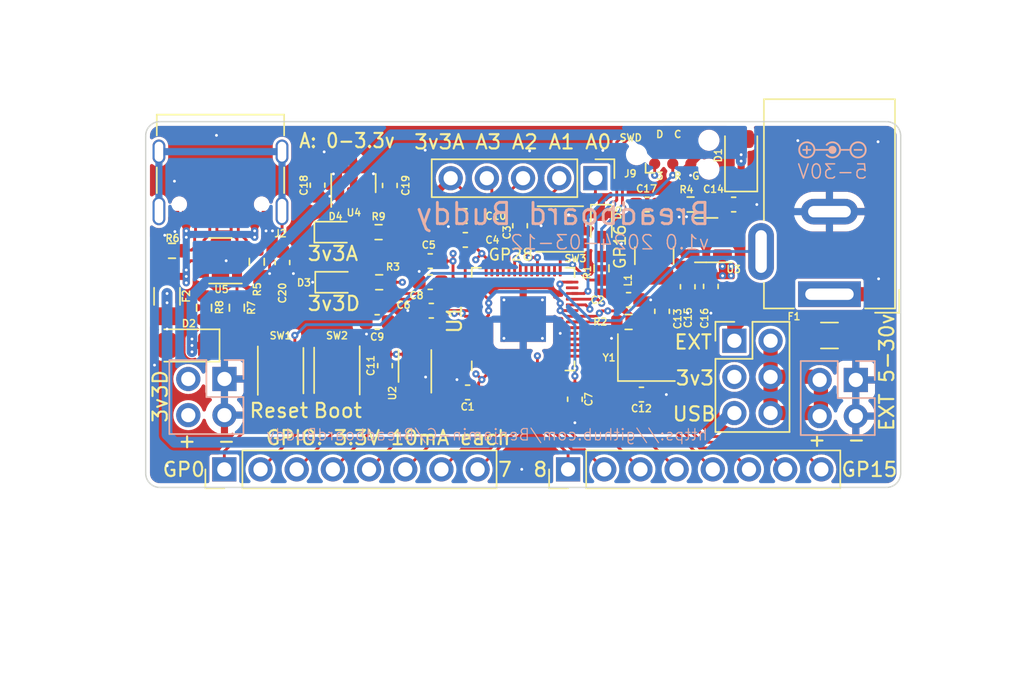
<source format=kicad_pcb>
(kicad_pcb (version 20240108) (generator "pcbnew") (generator_version "8.0")
  (title_block (title "Breadboard Buddy") (date "2024-03-12") (rev "v1.0") (company "Benjamin Crall"))
  (layers (0 "F.Cu" signal) (1 "In1.Cu" power) (2 "In2.Cu" power) (31 "B.Cu" signal) (34 "B.Paste" user) (35 "F.Paste" user) (36 "B.SilkS" user "B.Silkscreen") (37 "F.SilkS" user "F.Silkscreen") (38 "B.Mask" user) (39 "F.Mask" user) (44 "Edge.Cuts" user))
  (net 0 "")
  (net 1 "VUSB")
  (net 2 "GND")
  (net 3 "+3V3A")
  (net 4 "+3V3")
  (net 5 "/Microcontroller/XIN")
  (net 6 "+1V1")
  (net 7 "/Microcontroller/XR")
  (net 8 "/Microcontroller/SWDIO")
  (net 9 "/Microcontroller/SWDCLK")
  (net 10 "/Microcontroller/XOUT")
  (net 11 "PWR_EN")
  (net 12 "/Microcontroller/QSPI_CS")
  (net 13 "/Microcontroller/RUN")
  (net 14 "GPIO12")
  (net 15 "/Microcontroller/QSPI_SD2")
  (net 16 "GPIO1")
  (net 17 "A1")
  (net 18 "GPIO10")
  (net 19 "GPIO13")
  (net 20 "GPIO8")
  (net 21 "/Microcontroller/QSPI_SD1")
  (net 22 "GPIO3")
  (net 23 "GPIO11")
  (net 24 "GPIO14")
  (net 25 "GPIO2")
  (net 26 "GPIO5")
  (net 27 "/Microcontroller/QSPI_SD0")
  (net 28 "USB_D+")
  (net 29 "/Microcontroller/QSPI_SD3")
  (net 30 "A0")
  (net 31 "/Microcontroller/QSPI_SCLK")
  (net 32 "A2")
  (net 33 "USB_D-")
  (net 34 "GPIO0")
  (net 35 "GPIO9")
  (net 36 "GPIO6")
  (net 37 "GPIO15")
  (net 38 "A3")
  (net 39 "GPIO7")
  (net 40 "GPIO4")
  (net 41 "VBUS_RAW")
  (net 42 "BARREL_PLUG")
  (net 43 "VBUS")
  (net 44 "VEXT_RAW")
  (net 45 "VEXT")
  (net 46 "Net-(SW3-B)")
  (net 47 "/USB_SHLD")
  (net 48 "Net-(D4-A)")
  (net 49 "Net-(D5-A)")
  (net 50 "/CC1")
  (net 51 "/CC2")
  (net 52 "/USB_D+_RAW")
  (net 53 "Net-(U3-SW)")
  (net 54 "Net-(U3-BST)")
  (net 55 "/USB_D-_RAW")
  (net 58 "Net-(J4-Pin_2)")
  (net 60 "Net-(D3-A)")
  (net 67 "Net-(R7-Pad1)")
  (net 68 "Net-(R8-Pad1)")
  (net 69 "Net-(U1-GPIO25)")
  (footprint "Fuse:Fuse_1206_3216Metric" (layer "F.Cu") (at 108.5 105.4 -90)
    (property "Reference" "F2")
    (property "Value" "500mA poly")
  )
  (footprint "Capacitor_SMD:C_0603_1608Metric" (layer "F.Cu") (at 129.6 112.15 180)
    (property "Reference" "C1")
    (property "Value" "0.1u")
  )
  (footprint "Resistor_SMD:R_0603_1608Metric" (layer "F.Cu") (at 113.4 106.2 -90)
    (property "Reference" "R7")
    (property "Value" "27")
  )
  (footprint "Resistor_SMD:R_0603_1608Metric" (layer "F.Cu") (at 123.39 104.41 180)
    (property "Reference" "R3")
    (property "Value" "4k7")
  )
  (footprint "Connector_PinHeader_2.54mm:PinHeader_2x03_P2.54mm_Vertical" (layer "F.Cu") (at 148.325 108.52)
    (property "Reference" "J5" (hide yes))
    (property "Value" "Conn_02x03_Odd_Even")
  )
  (footprint "Capacitor_SMD:C_0603_1608Metric" (layer "F.Cu") (at 124.14 97.61 90)
    (property "Reference" "C19")
    (property "Value" "22u")
  )
  (footprint "Capacitor_SMD:C_0603_1608Metric" (layer "F.Cu") (at 119.065 97.595 90)
    (property "Reference" "C18")
    (property "Value" "10u")
  )
  (footprint "Resistor_SMD:R_0603_1608Metric" (layer "F.Cu") (at 145.25 98.95 180)
    (property "Reference" "R4")
    (property "Value" "10k")
  )
  (footprint "Resistor_SMD:R_0603_1608Metric" (layer "F.Cu") (at 140.9 107.2 180)
    (property "Reference" "R2")
    (property "Value" "1k")
  )
  (footprint "LED_SMD:LED_0603_1608Metric" (layer "F.Cu") (at 120.39 104.41)
    (property "Reference" "D3")
    (property "Value" "GREEN")
  )
  (footprint "Capacitor_SMD:C_0603_1608Metric" (layer "F.Cu") (at 129.44 101.435 180)
    (property "Reference" "C4")
    (property "Value" "0.1u")
  )
  (footprint "Resistor_SMD:R_0603_1608Metric" (layer "F.Cu") (at 111.1 106.2 -90)
    (property "Reference" "R8")
    (property "Value" "27")
  )
  (footprint "BreadboardBuddy:8-UFDFN" (layer "F.Cu") (at 125.899584 110.669045 90)
    (property "Reference" "U2")
    (property "Value" "W25Q16JVUXIQ TR")
  )
  (footprint "Connector:Tag-Connect_TC2030-IDC-NL_2x03_P1.27mm_Vertical" (layer "F.Cu") (at 144 95.45)
    (property "Reference" "J9")
    (property "Value" "Conn_ARM_SWD_TagConnect_TC2030-NL")
  )
  (footprint "Resistor_SMD:R_0603_1608Metric" (layer "F.Cu") (at 114.8 102.975 -90)
    (property "Reference" "R5")
    (property "Value" "5k1")
  )
  (footprint "BreadboardBuddy:SW_SPST_3.3x3.1" (layer "F.Cu") (at 136.11 100.67 180)
    (property "Reference" "SW3")
    (property "Value" "SW_SPST")
  )
  (footprint "Capacitor_SMD:C_0603_1608Metric" (layer "F.Cu") (at 145.05 104.725 -90)
    (property "Reference" "C15")
    (property "Value" "22u")
  )
  (footprint "Capacitor_SMD:C_0603_1608Metric" (layer "F.Cu") (at 146.675 104.7 -90)
    (property "Reference" "C16")
    (property "Value" "22u")
  )
  (footprint "Connector_PinHeader_2.54mm:PinHeader_1x05_P2.54mm_Vertical" (layer "F.Cu") (at 138.57 97.1 -90)
    (property "Reference" "J8" (hide yes))
    (property "Value" "Conn_01x05")
  )
  (footprint "Diode_SMD:D_1206_3216Metric" (layer "F.Cu") (at 148.8 95.75 90)
    (property "Reference" "D1")
    (property "Value" "D_Schottky")
  )
  (footprint "Capacitor_SMD:C_0603_1608Metric" (layer "F.Cu") (at 133.28 100.44 90)
    (property "Reference" "C3")
    (property "Value" "0.1u")
  )
  (footprint "LED_SMD:LED_0603_1608Metric" (layer "F.Cu") (at 120.325 100.89)
    (property "Reference" "D4")
    (property "Value" "LED_GREEN")
  )
  (footprint "Resistor_SMD:R_0603_1608Metric" (layer "F.Cu") (at 108.85 102.2 180)
    (property "Reference" "R6")
    (property "Value" "5k1")
  )
  (footprint "Package_SO:TSOP-6_1.65x3.05mm_P0.95mm" (layer "F.Cu") (at 112.250002 102.9 180)
    (property "Reference" "U5")
    (property "Value" "IP4234CZ6,125")
  )
  (footprint "Crystal:Crystal_SMD_3225-4Pin_3.2x2.5mm" (layer "F.Cu") (at 142.15 109.7)
    (property "Reference" "Y1")
    (property "Value" "12MHz")
  )
  (footprint "Package_DFN_QFN:QFN-56-1EP_7x7mm_P0.4mm_EP3.2x3.2mm_ThermalVias" (layer "F.Cu") (at 133.5 107 90)
    (property "Reference" "U1")
    (property "Value" "RP2040")
  )
  (footprint "Connector_PinHeader_2.54mm:PinHeader_1x08_P2.54mm_Vertical" (layer "F.Cu") (at 136.650999 117.554955 90)
    (property "Reference" "J7" (hide yes))
    (property "Value" "Conn_01x08" (hide yes))
  )
  (footprint "Capacitor_SMD:C_0603_1608Metric" (layer "F.Cu") (at 141.8 112.3)
    (property "Reference" "C12")
    (property "Value" "C_XTL")
  )
  (footprint "Capacitor_SMD:C_0603_1608Metric" (layer "F.Cu") (at 116.6 103.025 -90)
    (property "Reference" "C20")
    (property "Value" "0.1u")
  )
  (footprint "Capacitor_SMD:C_0603_1608Metric" (layer "F.Cu") (at 140.9 105.65)
    (property "Reference" "C2")
    (property "Value" "0.1u")
  )
  (footprint "Connector_USB:USB_C_Receptacle_Palconn_UTC16-G" (layer "F.Cu") (at 112.25 97.475 180)
    (property "Reference" "J2")
    (property "Value" "USB_C_Receptacle_USB2.0")
  )
  (footprint "Package_TO_SOT_SMD:SOT-23" (layer "F.Cu") (at 121.585 97.445 90)
    (property "Reference" "U4")
    (property "Value" " AP7375-33SA-7")
  )
  (footprint "BreadboardBuddy:SW_SPST_3.3x3.1" (layer "F.Cu") (at 120.425 110.6 -90)
    (property "Reference" "SW2")
    (property "Value" "SW_SPST")
  )
  (footprint "Package_TO_SOT_SMD:TSOT-23-6" (layer "F.Cu") (at 146.35 101.45 180)
    (property "Reference" "U3")
    (property "Value" "AP63203WU")
  )
  (footprint "Diode_SMD:D_1206_3216Metric" (layer "F.Cu") (at 109.9 108.85 180)
    (property "Reference" "D2")
    (property "Value" "D_Schottky")
  )
  (footprint "Capacitor_SMD:C_0603_1608Metric" (layer "F.Cu") (at 142.2 98.95)
    (property "Reference" "C17")
    (property "Value" "0.1u")
  )
  (footprint "Fuse:Fuse_1206_3216Metric" (layer "F.Cu") (at 155 108.15 180)
    (property "Reference" "F1")
    (property "Value" "2A poly")
  )
  (footprint "BreadboardBuddy:SW_SPST_3.3x3.1" (layer "F.Cu") (at 116.472756 110.619999 90)
    (property "Reference" "SW1")
    (property "Value" "SW_SPST")
  )
  (footprint "Capacitor_SMD:C_0603_1608Metric" (layer "F.Cu") (at 143.25 106.45 90)
    (property "Reference" "C13")
    (property "Value" "C_XTL")
  )
  (footprint "Capacitor_SMD:C_0603_1608Metric" (layer "F.Cu") (at 148.275 98.95)
    (property "Reference" "C14")
    (property "Value" "10u")
  )
  (footprint "LED_SMD:LED_0603_1608Metric" (layer "F.Cu") (at 138.987146 100.446892 -90)
    (property "Reference" "D5")
    (property "Value" "LED_GREEN")
  )
  (footprint "Capacitor_SMD:C_0603_1608Metric" (layer "F.Cu") (at 123.799584 110.269045 90)
    (property "Reference" "C11")
    (property "Value" "22u")
  )
  (footprint "Capacitor_SMD:C_0603_1608Metric" (layer "F.Cu") (at 129.415 99.76 180)
    (property "Reference" "C10")
    (property "Value" "0.1u")
  )
  (footprint "Capacitor_SMD:C_0603_1608Metric" (layer "F.Cu") (at 126.975 104.4 180)
    (property "Reference" "C8")
    (property "Value" "0.1u")
  )
  (footprint "Connector_BarrelJack:BarrelJack_Wuerth_6941xx301002" (layer "F.Cu") (at 155 105.25 180)
    (property "Reference" "J1" (hide yes))
    (property "Value" "Barrel_Jack_Switch")
  )
  (footprint "Resistor_SMD:R_0603_1608Metric" (layer "F.Cu") (at 123.35 100.89 180)
    (property "Reference" "R9")
    (property "Value" "4k7")
  )
  (footprint "Capacitor_SMD:C_0603_1608Metric" (layer "F.Cu") (at 127.05 106.41 180)
    (property "Reference" "C6")
    (property "Value" "0.1u")
  )
  (footprint "Inductor_SMD:L_1210_3225Metric" (layer "F.Cu") (at 142.7 102.55 -90)
    (property "Reference" "L1")
    (property "Value" "4.7u")
  )
  (footprint "Capacitor_SMD:C_0603_1608Metric" (layer "F.Cu") (at 126.975 102.925 180)
    (property "Reference" "C5")
    (property "Value" "0.1u")
  )
  (footprint "Connector_PinHeader_2.54mm:PinHeader_1x08_P2.54mm_Vertical" (layer "F.Cu") (at 112.520999 117.554955 90)
    (property "Reference" "J6" (hide yes))
    (property "Value" "Conn_01x08" (hide yes))
  )
  (footprint "Capacitor_SMD:C_0603_1608Metric" (layer "F.Cu") (at 137.13 112.63 -90)
    (property "Reference" "C7")
    (property "Value" "0.1u")
  )
  (footprint "Resistor_SMD:R_0603_1608Metric" (layer "F.Cu") (at 139 103.43 -90)
    (property "Reference" "R1")
    (property "Value" "4k7")
  )
  (footprint "Capacitor_SMD:C_0603_1608Metric" (layer "F.Cu") (at 123.25 107.2 180)
    (property "Reference" "C9")
    (property "Value" "2.2u")
  )
  (footprint "Connector_PinHeader_2.54mm:PinHeader_2x02_P2.54mm_Vertical" (layer "B.Cu") (at 112.531001 111.204954 180)
    (property "Reference" "J3" (hide yes))
    (property "Value" "Conn_02x02_Odd_Even")
  )
  (footprint "Connector_PinHeader_2.54mm:PinHeader_2x02_P2.54mm_Vertical" (layer "B.Cu") (at 156.85177 111.274224 180)
    (property "Reference" "J4" (hide yes))
    (property "Value" "Conn_02x02_Odd_Even")
  )
  (gr_poly (pts (xy 155.77 95.05) (xy 156.45 95.05) (xy 156.45 95.17) (xy 155.77 95.17)) (stroke (width -0.000001)) (fill solid) (layer "B.SilkS"))
  (gr_poly (pts (xy 153.99 95.05) (xy 155.03 95.05) (xy 155.03 95.17) (xy 153.99 95.17)) (stroke (width -0.000001)) (fill solid) (layer "B.SilkS"))
  (gr_poly (pts (xy 156.71 95.05) (xy 157.31 95.05) (xy 157.31 95.17) (xy 156.71 95.17)) (stroke (width -0.000001)) (fill solid) (layer "B.SilkS"))
  (gr_poly (pts (xy 153.11 95.05) (xy 153.71 95.05) (xy 153.71 95.17) (xy 153.11 95.17)) (stroke (width -0.000001)) (fill solid) (layer "B.SilkS"))
  (gr_poly (pts (xy 155.1696 95.708) (xy 155.14 95.705199) (xy 155.1104 95.7008) (xy 155.0812 95.6952) (xy 155.0524 95.688401) (xy 155.024 95.6796) (xy 154.996 95.6692) (xy 154.9684 95.658001) (xy 154.9412 95.6456) (xy 154.9152 95.6316) (xy 154.8896 95.6164) (xy 154.8648 95.5996) (xy 154.8408 95.582) (xy 154.818 95.5632) (xy 154.796 95.5432) (xy 154.7748 95.522) (xy 154.7548 95.500001) (xy 154.736 95.4772) (xy 154.7184 95.4532) (xy 154.8256 95.3784) (xy 154.8388 95.3972) (xy 154.8536 95.4152) (xy 154.8692 95.4324) (xy 154.8856 95.4492) (xy 154.9032 95.4648) (xy 154.9212 95.4796) (xy 154.94 95.4932) (xy 154.9592 95.506401) (xy 154.9792 95.5184) (xy 155 95.5292) (xy 155.020799 95.5396) (xy 155.0424 95.548401) (xy 155.0644 95.556) (xy 155.086799 95.5628) (xy 155.1096 95.5684) (xy 155.1324 95.572801) (xy 155.1556 95.576) (xy 155.1788 95.578) (xy 155.202001 95.5792) (xy 155.2252 95.5788) (xy 155.2488 95.5776) (xy 155.272001 95.5752) (xy 155.2948 95.5716) (xy 155.3176 95.5668) (xy 155.3404 95.5608) (xy 155.362401 95.5536) (xy 155.3844 95.5456) (xy 155.4056 95.5368) (xy 155.4268 95.5268) (xy 155.4472 95.5152) (xy 155.467199 95.5032) (xy 155.4864 95.49) (xy 155.5048 95.4756) (xy 155.5224 95.4608) (xy 155.5396 95.4448) (xy 155.5556 95.428) (xy 155.5712 95.4104) (xy 155.586 95.392) (xy 155.5996 95.3732) (xy 155.612 95.3536) (xy 155.6236 95.3332) (xy 155.634401 95.3124) (xy 155.644 95.2912) (xy 155.6524 95.2696) (xy 155.6596 95.2472) (xy 155.666 95.2248) (xy 155.6712 95.202) (xy 155.6752 95.1792) (xy 155.678 95.156) (xy 155.68 95.1328) (xy 155.6804 95.1096) (xy 155.68 95.086) (xy 155.678 95.062801) (xy 155.6752 95.0396) (xy 155.6712 95.0168) (xy 155.666 94.994) (xy 155.6596 94.9716) (xy 155.6524 94.9496) (xy 155.6436 94.9276) (xy 155.6344 94.9064) (xy 155.6236 94.8856) (xy 155.612 94.8656) (xy 155.5996 94.846) (xy 155.586 94.8268) (xy 155.5716 94.8088) (xy 155.5564 94.7912) (xy 155.54 94.7744) (xy 155.5232 94.7584) (xy 155.5052 94.7432) (xy 155.4868 94.7292) (xy 155.4676 94.716) (xy 155.4476 94.7036) (xy 155.4272 94.6924) (xy 155.4064 94.6824) (xy 155.3848 94.6728) (xy 155.3632 94.6644) (xy 155.3408 94.657599) (xy 155.3184 94.6516) (xy 155.2956 94.6468) (xy 155.2724 94.6432) (xy 155.2492 94.6408) (xy 155.226 94.6396) (xy 155.2024 94.6392) (xy 155.1792 94.6404) (xy 155.156 94.6424) (xy 155.1328 94.6456) (xy 155.11 94.65) (xy 155.0876 94.6556) (xy 155.0652 94.6624) (xy 155.043201 94.67) (xy 155.0216 94.679199) (xy 155.0004 94.6884) (xy 154.98 94.6996) (xy 154.9596 94.7116) (xy 154.9404 94.724401) (xy 154.9216 94.738401) (xy 154.9036 94.7532) (xy 154.8864 94.7688) (xy 154.87 94.7852) (xy 154.8544 94.8024) (xy 154.8396 94.8208) (xy 154.8252 94.8392) (xy 154.7192 94.765201) (xy 154.7372 94.7412) (xy 154.756 94.718001) (xy 154.776 94.696) (xy 154.7968 94.674801) (xy 154.8188 94.6552) (xy 154.842 94.636) (xy 154.866 94.6184) (xy 154.8908 94.602) (xy 154.916 94.5868) (xy 154.9424 94.5728) (xy 154.9692 94.56) (xy 154.9968 94.5488) (xy 155.0248 94.5392) (xy 155.0536 94.5308) (xy 155.0824 94.524) (xy 155.1116 94.5184) (xy 155.1412 94.513999) (xy 155.1708 94.5112) (xy 155.2004 94.51) (xy 155.23 94.5104) (xy 155.26 94.512) (xy 155.2892 94.5152) (xy 155.3188 94.52) (xy 155.348 94.526) (xy 155.3768 94.5336) (xy 155.4052 94.5428) (xy 155.432799 94.5532) (xy 155.4604 94.5648) (xy 155.4868 94.578) (xy 155.5132 94.5924) (xy 155.538399 94.608) (xy 155.5628 94.6248) (xy 155.5864 94.6428) (xy 155.6092 94.6624) (xy 155.6308 94.682401) (xy 155.6516 94.704) (xy 155.6712 94.7264) (xy 155.6896 94.7496) (xy 155.7068 94.774) (xy 155.7228 94.7988) (xy 155.7372 94.8248) (xy 155.7508 94.8512) (xy 155.7632 94.878401) (xy 155.774 94.906) (xy 155.7832 94.934799) (xy 155.7912 94.9632) (xy 155.798 94.9924) (xy 155.8028 95.0216) (xy 155.8068 95.0512) (xy 155.8088 95.0808) (xy 155.8096 95.1104) (xy 155.8088 95.140401) (xy 155.8068 95.17) (xy 155.8028 95.1996) (xy 155.7976 95.2288) (xy 155.7912 95.257599) (xy 155.7832 95.2864) (xy 155.7736 95.3144) (xy 155.7628 95.342) (xy 155.7508 95.3692) (xy 155.7372 95.3956) (xy 155.722 95.4212) (xy 155.706 95.4464) (xy 155.6888 95.4708) (xy 155.67 95.494) (xy 155.6504 95.5164) (xy 155.63 95.5376) (xy 155.608 95.558) (xy 155.5856 95.5772) (xy 155.5616 95.5952) (xy 155.5372 95.612) (xy 155.512 95.6276) (xy 155.486 95.642) (xy 155.4592 95.655201) (xy 155.432 95.6668) (xy 155.404 95.6772) (xy 155.3756 95.6856) (xy 155.3468 95.6932) (xy 155.3176 95.6992) (xy 155.2884 95.704) (xy 155.2588 95.7072) (xy 155.2288 95.7088) (xy 155.1992 95.7092)) (stroke (width -0.000001)) (fill solid) (layer "B.SilkS"))
  (gr_poly (pts (xy 153.349999 94.81) (xy 153.47 94.81) (xy 153.47 95.41) (xy 153.349999 95.41)) (stroke (width -0.000001)) (fill solid) (layer "B.SilkS"))
  (gr_poly (pts (xy 155.195661 95.389647) (xy 155.181151 95.3886) (xy 155.16689 95.386874) (xy 155.152891 95.384483) (xy 155.139169 95.381443) (xy 155.125741 95.377771) (xy 155.112621 95.37348) (xy 155.099825 95.368588) (xy 155.08737 95.363107) (xy 155.075269 95.357056) (xy 155.063541 95.350448) (xy 155.052197 95.343298) (xy 155.041256 95.335624) (xy 155.030733 95.32744) (xy 155.020642 95.318759) (xy 155.011 95.3096) (xy 155.001822 95.299977) (xy 154.993124 95.289906) (xy 154.984921 95.2794) (xy 154.977228 95.268477) (xy 154.970062 95.257151) (xy 154.963438 95.245438) (xy 154.95737 95.233353) (xy 154.951875 95.220913) (xy 154.946969 95.208131) (xy 154.942666 95.195023) (xy 154.938983 95.181604) (xy 154.935935 95.167892) (xy 154.933537 95.1539) (xy 154.931805 95.139644) (xy 154.930754 95.125138) (xy 154.9304 95.1104) (xy 154.930754 95.09566) (xy 154.931805 95.081152) (xy 154.933538 95.06689) (xy 154.935935 95.052891) (xy 154.938983 95.039169) (xy 154.942666 95.02574) (xy 154.946969 95.01262) (xy 154.951876 94.999825) (xy 154.95737 94.987369) (xy 154.963437 94.975269) (xy 154.970062 94.96354) (xy 154.977228 94.952197) (xy 154.984921 94.941256) (xy 154.993124 94.930732) (xy 155.001822 94.920642) (xy 155.011 94.911) (xy 155.020642 94.901822) (xy 155.030734 94.893124) (xy 155.041256 94.884921) (xy 155.052197 94.877228) (xy 155.06354 94.870062) (xy 155.075269 94.863437) (xy 155.08737 94.85737) (xy 155.099825 94.851876) (xy 155.112621 94.846969) (xy 155.125741 94.842666) (xy 155.139169 94.838983) (xy 155.152891 94.835934) (xy 155.16689 94.833536) (xy 155.181152 94.831804) (xy 155.195661 94.830754) (xy 155.2104 94.8304) (xy 155.225139 94.830754) (xy 155.239644 94.831804) (xy 155.2539 94.833535) (xy 155.267892 94.835934) (xy 155.281604 94.838983) (xy 155.295023 94.842666) (xy 155.308131 94.846969) (xy 155.320913 94.851875) (xy 155.333354 94.85737) (xy 155.345438 94.863438) (xy 155.357151 94.870062) (xy 155.368477 94.877228) (xy 155.3794 94.884921) (xy 155.389906 94.893124) (xy 155.399977 94.901822) (xy 155.4096 94.911) (xy 155.418759 94.920642) (xy 155.427439 94.930732) (xy 155.435624 94.941256) (xy 155.443299 94.952197) (xy 155.450448 94.963541) (xy 155.457056 94.975269) (xy 155.463108 94.987369) (xy 155.468588 94.999825) (xy 155.473481 95.01262) (xy 155.477771 95.02574) (xy 155.481444 95.039169) (xy 155.484483 95.052891) (xy 155.486874 95.06689) (xy 155.4886 95.081151) (xy 155.489648 95.09566) (xy 155.49 95.1104) (xy 155.489648 95.125138) (xy 155.488599 95.139644) (xy 155.486873 95.1539) (xy 155.484483 95.167892) (xy 155.481444 95.181604) (xy 155.477771 95.195023) (xy 155.473481 95.208131) (xy 155.468588 95.220913) (xy 155.463108 95.233353) (xy 155.457056 95.245438) (xy 155.450448 95.257151) (xy 155.443299 95.268477) (xy 155.435624 95.2794) (xy 155.42744 95.289905) (xy 155.418759 95.299977) (xy 155.4096 95.3096) (xy 155.399977 95.318759) (xy 155.389905 95.32744) (xy 155.3794 95.335624) (xy 155.368477 95.343298) (xy 155.357151 95.350448) (xy 155.345438 95.357056) (xy 155.333354 95.363107) (xy 155.320913 95.368588) (xy 155.308132 95.37348) (xy 155.295023 95.377771) (xy 155.281605 95.381443) (xy 155.267892 95.384483) (xy 155.2539 95.386873) (xy 155.239644 95.388599) (xy 155.225139 95.389647) (xy 155.2104 95.39)) (stroke (width -0.000001)) (fill solid) (layer "B.SilkS"))
  (gr_poly (pts (xy 156.978364 95.709244) (xy 156.947232 95.706997) (xy 156.916633 95.703293) (xy 156.886602 95.698164) (xy 156.857171 95.691644) (xy 156.828374 95.683765) (xy 156.800244 95.67456) (xy 156.772813 95.664062) (xy 156.746114 95.652305) (xy 156.720181 95.639321) (xy 156.695046 95.625143) (xy 156.670742 95.609805) (xy 156.647303 95.593338) (xy 156.624761 95.575775) (xy 156.603149 95.557153) (xy 156.5825 95.5375) (xy 156.562848 95.516851) (xy 156.544224 95.495239) (xy 156.526662 95.472697) (xy 156.510196 95.449258) (xy 156.494857 95.424954) (xy 156.480679 95.399819) (xy 156.467695 95.373886) (xy 156.455938 95.347188) (xy 156.44544 95.319756) (xy 156.436236 95.291626) (xy 156.428357 95.262829) (xy 156.421836 95.233398) (xy 156.416707 95.203367) (xy 156.413003 95.172769) (xy 156.410756 95.141635) (xy 156.41 95.11) (xy 156.410756 95.078365) (xy 156.413003 95.047231) (xy 156.416707 95.016633) (xy 156.421836 94.986602) (xy 156.428357 94.957171) (xy 156.436236 94.928374) (xy 156.44544 94.900244) (xy 156.455938 94.872813) (xy 156.467695 94.846114) (xy 156.480679 94.820181) (xy 156.494857 94.795046) (xy 156.510196 94.770742) (xy 156.526662 94.747303) (xy 156.544224 94.724761) (xy 156.562848 94.703149) (xy 156.5825 94.6825) (xy 156.603149 94.662847) (xy 156.624761 94.644225) (xy 156.647303 94.626662) (xy 156.670742 94.610195) (xy 156.695046 94.594857) (xy 156.720181 94.580679) (xy 156.746114 94.567695) (xy 156.772813 94.555937) (xy 156.800244 94.54544) (xy 156.828374 94.536235) (xy 156.857171 94.528356) (xy 156.886602 94.521836) (xy 156.916633 94.516707) (xy 156.947232 94.513003) (xy 156.978364 94.510756) (xy 157.01 94.51) (xy 157.041635 94.510756) (xy 157.072769 94.513003) (xy 157.103367 94.516707) (xy 157.133399 94.521836) (xy 157.162829 94.528356) (xy 157.191626 94.536235) (xy 157.219757 94.54544) (xy 157.247188 94.555937) (xy 157.273886 94.567695) (xy 157.299819 94.580679) (xy 157.324954 94.594857) (xy 157.349258 94.610195) (xy 157.372697 94.626662) (xy 157.395239 94.644224) (xy 157.416851 94.662847) (xy 157.4375 94.6825) (xy 157.457153 94.703149) (xy 157.475777 94.724761) (xy 157.493338 94.747303) (xy 157.509805 94.770742) (xy 157.525144 94.795046) (xy 157.539321 94.820181) (xy 157.552305 94.846114) (xy 157.564062 94.872813) (xy 157.57456 94.900245) (xy 157.583765 94.928374) (xy 157.591644 94.957171) (xy 157.598164 94.986601) (xy 157.603293 95.016633) (xy 157.606997 95.047231) (xy 157.609244 95.078365) (xy 157.61 95.11) (xy 157.609991 95.1104) (xy 157.4784 95.1104) (xy 157.47781 95.085725) (xy 157.476058 95.061442) (xy 157.473169 95.037574) (xy 157.469168 95.014149) (xy 157.464082 94.991193) (xy 157.457937 94.968732) (xy 157.450757 94.946791) (xy 157.442569 94.925394) (xy 157.433398 94.904569) (xy 157.423271 94.884341) (xy 157.412212 94.864736) (xy 157.400248 94.845779) (xy 157.387405 94.827496) (xy 157.373706 94.809913) (xy 157.359179 94.793056) (xy 157.34385 94.77695) (xy 157.327744 94.761621) (xy 157.310887 94.747094) (xy 157.293304 94.733396) (xy 157.275021 94.720552) (xy 157.256064 94.708588) (xy 157.236459 94.697529) (xy 157.216231 94.687403) (xy 157.195406 94.678231) (xy 157.17401 94.670043) (xy 157.152068 94.662865) (xy 157.129607 94.656718) (xy 157.106651 94.651632) (xy 157.083227 94.647632) (xy 157.05936 94.644742) (xy 157.035077 94.64299) (xy 157.0104 94.6424) (xy 156.985725 94.64299) (xy 156.961441 94.644742) (xy 156.937574 94.647632) (xy 156.914149 94.651632) (xy 156.891194 94.656718) (xy 156.868733 94.662864) (xy 156.84679 94.670043) (xy 156.825394 94.678231) (xy 156.804569 94.687403) (xy 156.784341 94.697529) (xy 156.764736 94.708588) (xy 156.745779 94.720552) (xy 156.727496 94.733396) (xy 156.709914 94.747094) (xy 156.693056 94.761621) (xy 156.67695 94.77695) (xy 156.661621 94.793056) (xy 156.647095 94.809913) (xy 156.633397 94.827496) (xy 156.620553 94.845779) (xy 156.608588 94.864736) (xy 156.59753 94.884341) (xy 156.587402 94.904569) (xy 156.578231 94.925394) (xy 156.570044 94.94679) (xy 156.562864 94.968732) (xy 156.556718 94.991193) (xy 156.551632 95.014149) (xy 156.547632 95.037574) (xy 156.544743 95.061441) (xy 156.54299 95.085725) (xy 156.5424 95.1104) (xy 156.54299 95.135075) (xy 156.544742 95.159359) (xy 156.547632 95.183227) (xy 156.551633 95.206651) (xy 156.556718 95.229606) (xy 156.562864 95.252068) (xy 156.570043 95.27401) (xy 156.578231 95.295406) (xy 156.587402 95.316231) (xy 156.59753 95.336459) (xy 156.608589 95.356064) (xy 156.620553 95.375022) (xy 156.633397 95.393304) (xy 156.647095 95.410887) (xy 156.661621 95.427744) (xy 156.67695 95.44385) (xy 156.693056 95.459179) (xy 156.709913 95.473706) (xy 156.727496 95.487404) (xy 156.745779 95.500248) (xy 156.764736 95.512212) (xy 156.784341 95.523271) (xy 156.804569 95.533398) (xy 156.825395 95.542569) (xy 156.84679 95.550757) (xy 156.868732 95.557936) (xy 156.891194 95.564082) (xy 156.914149 95.569168) (xy 156.937574 95.573168) (xy 156.961441 95.576058) (xy 156.985725 95.57781) (xy 157.0104 95.5784) (xy 157.035076 95.57781) (xy 157.05936 95.576058) (xy 157.083227 95.573168) (xy 157.106651 95.569168) (xy 157.129608 95.564082) (xy 157.152068 95.557936) (xy 157.17401 95.550757) (xy 157.195407 95.542569) (xy 157.216231 95.533398) (xy 157.236459 95.523271) (xy 157.256064 95.512212) (xy 157.275021 95.500248) (xy 157.293303 95.487404) (xy 157.310886 95.473706) (xy 157.327744 95.459179) (xy 157.34385 95.44385) (xy 157.359179 95.427744) (xy 157.373706 95.410887) (xy 157.387404 95.393304) (xy 157.400248 95.375021) (xy 157.412213 95.356064) (xy 157.423271 95.336459) (xy 157.433398 95.316231) (xy 157.442569 95.295406) (xy 157.450757 95.27401) (xy 157.457937 95.252068) (xy 157.464082 95.229607) (xy 157.469168 95.206652) (xy 157.473169 95.183227) (xy 157.476058 95.159359) (xy 157.47781 95.135075) (xy 157.4784 95.1104) (xy 157.609991 95.1104) (xy 157.609244 95.141635) (xy 157.606997 95.172769) (xy 157.603293 95.203367) (xy 157.598164 95.233399) (xy 157.591644 95.262829) (xy 157.583765 95.291626) (xy 157.57456 95.319755) (xy 157.564063 95.347188) (xy 157.552305 95.373886) (xy 157.539321 95.399819) (xy 157.525144 95.424954) (xy 157.509805 95.449258) (xy 157.493338 95.472697) (xy 157.475777 95.495239) (xy 157.457153 95.516851) (xy 157.4375 95.5375) (xy 157.416851 95.557153) (xy 157.395239 95.575776) (xy 157.372697 95.593338) (xy 157.349258 95.609805) (xy 157.324954 95.625143) (xy 157.299819 95.639321) (xy 157.273886 95.652305) (xy 157.247187 95.664062) (xy 157.219757 95.67456) (xy 157.191626 95.683765) (xy 157.162829 95.691644) (xy 157.133399 95.698164) (xy 157.103367 95.703293) (xy 157.072769 95.706997) (xy 157.041635 95.709244) (xy 157.01 95.71)) (stroke (width -0.000001)) (fill solid) (layer "B.SilkS"))
  (gr_poly (pts (xy 153.378365 95.709244) (xy 153.347231 95.706997) (xy 153.316633 95.703293) (xy 153.286602 95.698164) (xy 153.257171 95.691644) (xy 153.228374 95.683765) (xy 153.200244 95.67456) (xy 153.172813 95.664062) (xy 153.146114 95.652305) (xy 153.120181 95.639321) (xy 153.095046 95.625143) (xy 153.070742 95.609805) (xy 153.047303 95.593338) (xy 153.024761 95.575776) (xy 153.003149 95.557153) (xy 152.9825 95.5375) (xy 152.962847 95.516851) (xy 152.944224 95.49524) (xy 152.926662 95.472697) (xy 152.910195 95.449258) (xy 152.894857 95.424954) (xy 152.880679 95.399819) (xy 152.867695 95.373886) (xy 152.855937 95.347188) (xy 152.84544 95.319755) (xy 152.836235 95.291626) (xy 152.828356 95.262829) (xy 152.821836 95.233399) (xy 152.816707 95.203367) (xy 152.813003 95.172769) (xy 152.810756 95.141635) (xy 152.81 95.11) (xy 152.810756 95.078365) (xy 152.813003 95.047231) (xy 152.816707 95.016633) (xy 152.821836 94.986601) (xy 152.828356 94.957171) (xy 152.836235 94.928374) (xy 152.84544 94.900245) (xy 152.855938 94.872813) (xy 152.867695 94.846114) (xy 152.880679 94.820181) (xy 152.894857 94.795046) (xy 152.910195 94.770742) (xy 152.926662 94.747303) (xy 152.944224 94.72476) (xy 152.962847 94.703149) (xy 152.9825 94.6825) (xy 153.003149 94.662847) (xy 153.024761 94.644224) (xy 153.047303 94.626662) (xy 153.070742 94.610195) (xy 153.095046 94.594857) (xy 153.120181 94.580679) (xy 153.146114 94.567695) (xy 153.172813 94.555937) (xy 153.200244 94.54544) (xy 153.228374 94.536235) (xy 153.257171 94.528356) (xy 153.286602 94.521836) (xy 153.316633 94.516707) (xy 153.347231 94.513003) (xy 153.378365 94.510756) (xy 153.41 94.51) (xy 153.441636 94.510756) (xy 153.472769 94.513003) (xy 153.503367 94.516707) (xy 153.533398 94.521836) (xy 153.562829 94.528356) (xy 153.591626 94.536235) (xy 153.619756 94.54544) (xy 153.647188 94.555937) (xy 153.673886 94.567695) (xy 153.699819 94.580679) (xy 153.724954 94.594857) (xy 153.749258 94.610195) (xy 153.772697 94.626662) (xy 153.795239 94.644225) (xy 153.816851 94.662847) (xy 153.8375 94.6825) (xy 153.857153 94.703149) (xy 153.875776 94.724761) (xy 153.893338 94.747303) (xy 153.909805 94.770742) (xy 153.925143 94.795046) (xy 153.939321 94.820181) (xy 153.952305 94.846114) (xy 153.964062 94.872813) (xy 153.97456 94.900244) (xy 153.983765 94.928374) (xy 153.991644 94.957171) (xy 153.998164 94.986602) (xy 154.003293 95.016633) (xy 154.006997 95.047231) (xy 154.009244 95.078365) (xy 154.01 95.11) (xy 154.00999 95.1104) (xy 153.8784 95.1104) (xy 153.877809 95.085725) (xy 153.876058 95.061441) (xy 153.873168 95.037574) (xy 153.869168 95.01415) (xy 153.864082 94.991193) (xy 153.857936 94.968732) (xy 153.850757 94.94679) (xy 153.842569 94.925394) (xy 153.833398 94.904569) (xy 153.823272 94.884341) (xy 153.812212 94.864736) (xy 153.800248 94.845779) (xy 153.787404 94.827496) (xy 153.773706 94.809913) (xy 153.759179 94.793056) (xy 153.743849 94.77695) (xy 153.727744 94.761621) (xy 153.710887 94.747094) (xy 153.693304 94.733396) (xy 153.675021 94.720552) (xy 153.656064 94.708588) (xy 153.636459 94.697528) (xy 153.616231 94.687402) (xy 153.595406 94.678231) (xy 153.57401 94.670043) (xy 153.552068 94.662864) (xy 153.529607 94.656718) (xy 153.50665 94.651632) (xy 153.483228 94.647632) (xy 153.45936 94.644741) (xy 153.435075 94.642991) (xy 153.410401 94.6424) (xy 153.385725 94.64299) (xy 153.36144 94.644742) (xy 153.337573 94.647632) (xy 153.314149 94.651632) (xy 153.291194 94.656718) (xy 153.268732 94.662864) (xy 153.246789 94.670043) (xy 153.225394 94.678231) (xy 153.204569 94.687402) (xy 153.184341 94.697529) (xy 153.164736 94.708588) (xy 153.145779 94.720552) (xy 153.127496 94.733396) (xy 153.109914 94.747094) (xy 153.093056 94.761621) (xy 153.07695 94.77695) (xy 153.061621 94.793056) (xy 153.047095 94.809913) (xy 153.033397 94.827496) (xy 153.020553 94.845779) (xy 153.008588 94.864736) (xy 152.997529 94.884341) (xy 152.987402 94.904569) (xy 152.978231 94.925394) (xy 152.970043 94.94679) (xy 152.962863 94.968732) (xy 152.956718 94.991193) (xy 152.951632 95.014149) (xy 152.947632 95.037574) (xy 152.944742 95.061441) (xy 152.94299 95.085725) (xy 152.9424 95.1104) (xy 152.94299 95.135075) (xy 152.944742 95.159359) (xy 152.947632 95.183227) (xy 152.951632 95.206651) (xy 152.956718 95.229607) (xy 152.962864 95.252068) (xy 152.970043 95.27401) (xy 152.978231 95.295406) (xy 152.987402 95.316231) (xy 152.99753 95.336459) (xy 153.008588 95.356064) (xy 153.020553 95.375021) (xy 153.033397 95.393304) (xy 153.047095 95.410887) (xy 153.061622 95.427744) (xy 153.076949 95.44385) (xy 153.093056 95.459179) (xy 153.109914 95.473706) (xy 153.127496 95.487404) (xy 153.145779 95.500248) (xy 153.164736 95.512212) (xy 153.184341 95.523271) (xy 153.20457 95.533398) (xy 153.225394 95.542569) (xy 153.24679 95.550757) (xy 153.268732 95.557936) (xy 153.291194 95.564082) (xy 153.314149 95.569168) (xy 153.337574 95.573168) (xy 153.361441 95.576058) (xy 153.385725 95.57781) (xy 153.4104 95.5784) (xy 153.435075 95.57781) (xy 153.45936 95.576058) (xy 153.483227 95.573168) (xy 153.506651 95.569168) (xy 153.529607 95.564082) (xy 153.552068 95.557937) (xy 153.57401 95.550757) (xy 153.595406 95.542569) (xy 153.616232 95.533398) (xy 153.636459 95.523271) (xy 153.656064 95.512212) (xy 153.675021 95.500248) (xy 153.693304 95.487404) (xy 153.710887 95.473706) (xy 153.727744 95.459179) (xy 153.74385 95.44385) (xy 153.75918 95.427744) (xy 153.773706 95.410887) (xy 153.787404 95.393304) (xy 153.800248 95.375021) (xy 153.812212 95.356064) (xy 153.823271 95.336459) (xy 153.833398 95.316231) (xy 153.842569 95.295406) (xy 153.850757 95.274011) (xy 153.857936 95.252068) (xy 153.864082 95.229607) (xy 153.869168 95.206651) (xy 153.873168 95.183227) (xy 153.876058 95.15936) (xy 153.87781 95.135075) (xy 153.8784 95.1104) (xy 154.00999 95.1104) (xy 154.009244 95.141635) (xy 154.006997 95.172769) (xy 154.003293 95.203367) (xy 153.998164 95.233398) (xy 153.991644 95.262829) (xy 153.983765 95.291626) (xy 153.97456 95.319756) (xy 153.964062 95.347188) (xy 153.952305 95.373886) (xy 153.939321 95.399819) (xy 153.925143 95.424954) (xy 153.909805 95.449258) (xy 153.893338 95.472697) (xy 153.875776 95.495239) (xy 153.857153 95.516851) (xy 153.8375 95.5375) (xy 153.816851 95.557153) (xy 153.795239 95.575775) (xy 153.772697 95.593338) (xy 153.749258 95.609805) (xy 153.724954 95.625143) (xy 153.699819 95.639321) (xy 153.673886 95.652305) (xy 153.647188 95.664062) (xy 153.619756 95.67456) (xy 153.591626 95.683765) (xy 153.562829 95.691644) (xy 153.533398 95.698164) (xy 153.503367 95.703293) (xy 153.472769 95.706997) (xy 153.441636 95.709244) (xy 153.41 95.71)) (stroke (width -0.000001)) (fill solid) (layer "B.SilkS"))
  (gr_arc (start 108 118.824955) (mid 107.292909 118.532059) (end 107 117.824955) (stroke (width 0.1)) (layer "Edge.Cuts"))
  (gr_line (start 160 94.124955) (end 160 117.824955) (stroke (width 0.1)) (layer "Edge.Cuts"))
  (gr_line (start 159 118.824955) (end 108 118.824955) (stroke (width 0.1)) (layer "Edge.Cuts"))
  (gr_arc (start 160 117.824955) (mid 159.707123 118.532091) (end 159 118.824955) (stroke (width 0.1)) (layer "Edge.Cuts"))
  (gr_arc (start 107 94.124955) (mid 107.292893 93.417848) (end 108 93.124955) (stroke (width 0.1)) (layer "Edge.Cuts"))
  (gr_line (start 107 117.824955) (end 107 94.124955) (stroke (width 0.1)) (layer "Edge.Cuts"))
  (gr_arc (start 159 93.124955) (mid 159.707107 93.417848) (end 160 94.124955) (stroke (width 0.1)) (layer "Edge.Cuts"))
  (gr_line (start 108 93.124955) (end 159 93.124955) (stroke (width 0.1)) (layer "Edge.Cuts"))
  (gr_text "${REVISION} ${ISSUE_DATE}" (at 146.64 102.19 0) (layer "B.SilkS") (effects (font (size 1 1) (thickness 0.1)) (justify left bottom mirror)))
  (gr_text "https://github.com/Benjamin-C/BreadboardBuddy" (at 146.52 115.59 0) (layer "B.SilkS") (effects (font (size 0.8 0.8) (thickness 0.08)) (justify left bottom mirror)))
  (gr_text "Breadboard Buddy" (at 146.75 100.49 0) (layer "B.SilkS") (effects (font (size 1.5 1.5) (thickness 0.2)) (justify left bottom mirror)))
  (gr_text "5-30V" (at 157.76 97.22 0) (layer "B.SilkS") (effects (font (size 1 1) (thickness 0.1)) (justify left bottom mirror)))
  (gr_text "GP15" (at 155.75 118.15 0) (layer "F.SilkS") (effects (font (size 1 1) (thickness 0.15) (bold yes)) (justify left bottom)))
  (gr_text "EXT 5-30v" (at 159.61 114.95 90) (layer "F.SilkS") (effects (font (size 1 1)) (justify left bottom)))
  (gr_text "3v3A" (at 118.28 102.98 0) (layer "F.SilkS") (effects (font (size 1 1)) (justify left bottom)))
  (gr_text "SWD" (at 140.21 94.55 0) (layer "F.SilkS") (effects (font (size 0.5 0.5) (thickness 0.1) (bold yes)) (justify left bottom)))
  (gr_text "EXT" (at 144.025 109.2 0) (layer "F.SilkS") (effects (font (size 1 1)) (justify left bottom)))
  (gr_text "3v3D" (at 108.610084 114.356583 90) (layer "F.SilkS") (effects (font (size 1 1)) (justify left bottom)))
  (gr_text "+  -" (at 109.19 116.13 0) (layer "F.SilkS") (effects (font (size 1 1)) (justify left bottom)))
  (gr_text "GPIO: 3.3V 10mA each" (at 115.35 115.92 0) (layer "F.SilkS") (effects (font (size 1 1)) (justify left bottom)))
  (gr_text "Reset" (at 114.2 114.01 0) (layer "F.SilkS") (effects (font (size 1 1)) (justify left bottom)))
  (gr_text "3v3" (at 144.125 111.725 0) (layer "F.SilkS") (effects (font (size 1 1)) (justify left bottom)))
  (gr_text "GP28" (at 130.99 102.94 0) (layer "F.SilkS") (effects (font (size 0.8 0.8) (thickness 0.12)) (justify left bottom)))
  (gr_text "3v3D" (at 118.28 106.49 0) (layer "F.SilkS") (effects (font (size 1 1)) (justify left bottom)))
  (gr_text "Boot" (at 118.69 114.01 0) (layer "F.SilkS") (effects (font (size 1 1)) (justify left bottom)))
  (gr_text "+  -" (at 153.41 116.04 0) (layer "F.SilkS") (effects (font (size 1 1)) (justify left bottom)))
  (gr_text "D  C" (at 142.77 94.31 0) (layer "F.SilkS") (effects (font (size 0.5 0.5) (thickness 0.1) (bold yes)) (justify left bottom)))
  (gr_text "GP16" (at 140.76 103.56 90) (layer "F.SilkS") (effects (font (size 0.8 0.8) (thickness 0.12)) (justify left bottom)))
  (gr_text "USB" (at 143.9 114.25 0) (layer "F.SilkS") (effects (font (size 1 1)) (justify left bottom)))
  (gr_text "GP0" (at 108.1 118.15 0) (layer "F.SilkS") (effects (font (size 1 1) (thickness 0.15) (bold yes)) (justify left bottom)))
  (gr_text "3v3A A3 A2 A1 A0" (at 125.76 95.14 0) (layer "F.SilkS") (effects (font (size 1 1)) (justify left bottom)))
  (gr_text "A: 0-3.3v" (at 117.69 95.05 0) (layer "F.SilkS") (effects (font (size 1 0.9)) (justify left bottom)))
  (gr_text "7  8" (at 131.65 118.15 0) (layer "F.SilkS") (effects (font (size 1 1) (thickness 0.15) (bold yes)) (justify left bottom)))
  (gr_text "3  R  G" (at 142.8 97.24 0) (layer "F.SilkS") (effects (font (size 0.5 0.5) (thickness 0.1) (bold yes)) (justify left bottom)))
  (segment (start 108.5 105.2) (end 108.500001 108.85) (width 0.75) (layer "F.Cu") (net 1))
  (via (at 108.5 105.2) (size 0.5) (drill 0.2) (layers "F.Cu" "B.Cu") (net 1))
  (via (at 108.5 107.7) (size 0.5) (drill 0.2) (layers "F.Cu" "B.Cu") (net 1))
  (via (at 108.5 105.85) (size 0.5) (drill 0.2) (layers "F.Cu" "B.Cu") (net 1))
  (segment (start 108.5 107.7) (end 108.5 105.85) (width 0.75) (layer "B.Cu") (net 1))
  (segment (start 108.5 105.85) (end 108.5 105.2) (width 0.75) (layer "B.Cu") (net 1))
  (segment (start 145.96 115.65) (end 148.01 113.6) (width 0.75) (layer "B.Cu") (net 1))
  (segment (start 108.5 105.2) (end 108.5 105.4) (width 0.75) (layer "B.Cu") (net 1))
  (segment (start 108.5 115.123955) (end 109.026045 115.65) (width 0.75) (layer "B.Cu") (net 1))
  (segment (start 108.5 105.85) (end 108.5 105.2) (width 0.75) (layer "B.Cu") (net 1))
  (segment (start 109.026045 115.65) (end 145.96 115.65) (width 0.75) (layer "B.Cu") (net 1))
  (segment (start 108.5 107.7) (end 108.5 115.123955) (width 0.75) (layer "B.Cu") (net 1))
  (segment (start 115.45 100.8) (end 115.45 99.985) (width 0.5) (layer "F.Cu") (net 2))
  (segment (start 143.25 110.55) (end 143.25 112.3) (width 0.2) (layer "F.Cu") (net 2))
  (segment (start 123.799584 111.044045) (end 126.624584 111.044045) (width 0.2) (layer "F.Cu") (net 2))
  (segment (start 108.8 100.85) (end 108.8 100.85) (width 0.5) (layer "F.Cu") (net 2))
  (segment (start 126.649584 111.069045) (end 126.649584 111.869045) (width 0.2) (layer "F.Cu") (net 2))
  (segment (start 108.025 101.425) (end 108.025 102.2) (width 0.2) (layer "F.Cu") (net 2))
  (segment (start 115.9 100.8) (end 115.45 100.8) (width 0.5) (layer "F.Cu") (net 2))
  (segment (start 115.7 101) (end 115.9 100.8) (width 0.2) (layer "F.Cu") (net 2))
  (segment (start 145.2125 100.052966) (end 145.2125 100.500001) (width 0.5) (layer "F.Cu") (net 2))
  (segment (start 141.05 108.85) (end 140.2 108.85) (width 0.2) (layer "F.Cu") (net 2))
  (segment (start 144.967157 99.807623) (end 145.2125 100.052966) (width 0.5) (layer "F.Cu") (net 2))
  (segment (start 140.2 108.85) (end 139.75 108.4) (width 0.2) (layer "F.Cu") (net 2))
  (segment (start 144.45 99.825) (end 144.94978 99.825) (width 0.2) (layer "F.Cu") (net 2))
  (segment (start 141.05 108.85) (end 141.95 108.85) (width 0.2) (layer "F.Cu") (net 2))
  (segment (start 137.13 114.28) (end 137.13 113.405) (width 0.2) (layer "F.Cu") (net 2))
  (segment (start 108.34 101.11) (end 108.025 101.425) (width 0.2) (layer "F.Cu") (net 2))
  (segment (start 109.05 100.6) (end 109.05 100.85) (width 0.5) (layer "F.Cu") (net 2))
  (segment (start 136.9375 108) (end 136.1 108) (width 0.2) (layer "F.Cu") (net 2))
  (segment (start 108.6 100.85) (end 109.05 100.85) (width 0.5) (layer "F.Cu") (net 2))
  (segment (start 115.7 103.8) (end 115.7 101) (width 0.2) (layer "F.Cu") (net 2))
  (segment (start 144.94978 99.825) (end 144.967157 99.807623) (width 0.2) (layer "F.Cu") (net 2))
  (segment (start 141.95 108.85) (end 142.15 109.05) (width 0.2) (layer "F.Cu") (net 2))
  (segment (start 109.05 99.985) (end 109.05 100.6) (width 0.5) (layer "F.Cu") (net 2))
  (segment (start 108.34 101.11) (end 108.6 100.85) (width 0.5) (layer "F.Cu") (net 2))
  (segment (start 142.15 110.3) (end 142.4 110.55) (width 0.2) (layer "F.Cu") (net 2))
  (segment (start 145.25 96.9) (end 145.27 96.88) (width 0.2) (layer "F.Cu") (net 2))
  (segment (start 143.25 112.3) (end 143.55 112.3) (width 0.2) (layer "F.Cu") (net 2))
  (segment (start 109.05 100.6) (end 109.05 100.6) (width 0.5) (layer "F.Cu") (net 2))
  (segment (start 142.15 109.05) (end 142.15 110.3) (width 0.2) (layer "F.Cu") (net 2))
  (segment (start 126.624584 111.044045) (end 126.649584 111.069045) (width 0.2) (layer "F.Cu") (net 2))
  (segment (start 139.7 108.35) (end 139.75 108.4) (width 0.2) (layer "F.Cu") (net 2))
  (segment (start 142.4 110.55) (end 143.25 110.55) (width 0.2) (layer "F.Cu") (net 2))
  (segment (start 145.27 96.88) (end 145.27 96.085) (width 0.2) (layer "F.Cu") (net 2))
  (segment (start 143.55 112.3) (end 142.575 112.3) (width 0.2) (layer "F.Cu") (net 2))
  (via (at 139.09 95.15) (size 0.5) (drill 0.2) (layers "F.Cu" "B.Cu") (net 2))
  (via (at 145.05 106.58) (size 0.5) (drill 0.2) (layers "F.Cu" "B.Cu") (net 2))
  (via (at 122.99 96.79) (size 0.5) (drill 0.2) (layers "F.Cu" "B.Cu") (net 2))
  (via (at 144.967157 99.807623) (size 0.5) (drill 0.2) (layers "F.Cu" "B.Cu") (net 2))
  (via (at 144.45 99.825) (size 0.5) (drill 0.2) (layers "F.Cu" "B.Cu") (net 2))
  (via (at 109.05 100.85) (size 0.5) (drill 0.2) (layers "F.Cu" "B.Cu") (net 2))
  (via (at 158.45 104.17) (size 0.5) (drill 0.2) (layers "F.Cu" "B.Cu") (net 2))
  (via (at 156.5 117.63) (size 0.5) (drill 0.2) (layers "F.Cu" "B.Cu") (net 2))
  (via (at 143.55 112.3) (size 0.5) (drill 0.2) (layers "F.Cu" "B.Cu") (net 2))
  (via (at 126.649584 111.069045) (size 0.5) (drill 0.2) (layers "F.Cu" "B.Cu") (net 2))
  (via (at 152.78 94.46) (size 0.5) (drill 0.2) (layers "F.Cu" "B.Cu") (net 2))
  (via (at 136.1 108) (size 0.5) (drill 0.2) (layers "F.Cu" "B.Cu") (net 2))
  (via (at 108.34 101.11) (size 0.5) (drill 0.2) (layers "F.Cu" "B.Cu") (net 2))
  (via (at 139.7 108.35) (size 0.5) (drill 0.2) (layers "F.Cu" "B.Cu") (net 2))
  (via (at 133.4 117.55) (size 0.5) (drill 0.2) (layers "F.Cu" "B.Cu") (net 2))
  (via (at 128.25 100.5) (size 0.5) (drill 0.2) (layers "F.Cu" "B.Cu") (net 2))
  (via (at 111.97 94.09) (size 0.5) (drill 0.2) (layers "F.Cu" "B.Cu") (net 2))
  (via (at 158.41 94.54) (size 0.5) (drill 0.2) (layers "F.Cu" "B.Cu") (net 2))
  (via (at 128.85 111.25) (size 0.5) (drill 0.2) (layers "F.Cu" "B.Cu") (net 2))
  (via (at 122.5 108.05) (size 0.5) (drill 0.2) (layers "F.Cu" "B.Cu") (net 2))
  (via (at 126.2 103.65) (size 0.5) (drill 0.2) (layers "F.Cu" "B.Cu") (net 2))
  (via (at 118.72 104.41) (size 0.5) (drill 0.2) (layers "F.Cu" "B.Cu") (net 2))
  (via (at 133.95 95.18) (size 0.5) (drill 0.2) (layers "F.Cu" "B.Cu") (net 2))
  (via (at 120.18 96.8) (size 0.5) (drill 0.2) (layers "F.Cu" "B.Cu") (net 2))
  (via (at 112.65 102.9) (size 0.5) (drill 0.2) (layers "F.Cu" "B.Cu") (net 2))
  (via (at 146.68 106.58) (size 0.5) (drill 0.2) (layers "F.Cu" "B.Cu") (net 2))
  (via (at 115.9 100.8) (size 0.5) (drill 0.2) (layers "F.Cu" "B.Cu") (net 2))
  (via (at 126.62 95.13) (size 0.5) (drill 0.2) (layers "F.Cu" "B.Cu") (net 2))
  (via (at 149.9 98.95) (size 0.5) (drill 0.2) (layers "F.Cu" "B.Cu") (net 2))
  (via (at 137.13 114.28) (size 0.5) (drill 0.2) (layers "F.Cu" "B.Cu") (net 2))
  (via (at 117.37 103.8) (size 0.5) (drill 0.2) (layers "F.Cu" "B.Cu") (net 2))
  (via (at 134.76 100.44) (size 0.5) (drill 0.2) (layers "F.Cu" "B.Cu") (net 2))
  (via (at 140.4 101.7) (size 0.5) (drill 0.2) (layers "F.Cu" "B.Cu") (net 2))
  (via (at 119.53 95.25) (size 0.5) (drill 0.2) (layers "F.Cu" "B.Cu") (net 2))
  (via (at 109.02 97.31) (size 0.5) (drill 0.2) (layers "F.Cu" "B.Cu") (net 2))
  (via (at 107.62 110.23) (size 0.5) (drill 0.2) (layers "F.Cu" "B.Cu") (net 2))
  (via (at 136.69 99.67) (size 0.5) (drill 0.2) (layers "F.Cu" "B.Cu") (net 2))
  (via (at 145.25 96.9) (size 0.5) (drill 0.2) (layers "F.Cu" "B.Cu") (net 2))
  (via (at 115.45 100.8) (size 0.5) (drill 0.2) (layers "F.Cu" "B.Cu") (net 2))
  (via (at 108.51 117.3) (size 0.5) (drill 0.2) (layers "F.Cu" "B.Cu") (net 2))
  (via (at 142.45 105.65) (size 0.5) (drill 0.2) (layers "F.Cu" "B.Cu") (net 2))
  (via (at 125.4 106.4) (size 0.5) (drill 0.2) (layers "F.Cu" "B.Cu") (net 2))
  (via (at 115.7 103.8) (size 0.5) (drill 0.2) (layers "F.Cu" "B.Cu") (net 2))
  (segment (start 130.19 99.76) (end 130.18 99.75) (width 0.2) (layer "F.Cu") (net 3))
  (segment (start 124.14 98.385) (end 124.14 100.855) (width 0.5) (layer "F.Cu") (net 3))
  (segment (start 129.43 104.27) (end 129.560001 104.400001) (width 0.2) (layer "F.Cu") (net 3))
  (segment (start 129.560001 104.400001) (end 130.1 104.400001) (width 0.2) (layer "F.Cu") (net 3))
  (segment (start 129.43 99.75) (end 129.43 104.27) (width 0.2) (layer "F.Cu") (net 3))
  (segment (start 122.535 98.3825) (end 124.0625 98.3825) (width 0.5) (layer "F.Cu") (net 3))
  (segment (start 127.125 98.385) (end 128.41 97.1) (width 0.5) (layer "F.Cu") (net 3))
  (segment (start 130.18 99.75) (end 129.43 99.75) (width 0.2) (layer "F.Cu") (net 3))
  (segment (start 124.14 98.385) (end 127.125 98.385) (width 0.5) (layer "F.Cu") (net 3))
  (segment (start 128.41 97.1) (end 129.43 98.12) (width 0.2) (layer "F.Cu") (net 3))
  (segment (start 129.43 98.12) (end 129.43 100.1) (width 0.2) (layer "F.Cu") (net 3))
  (segment (start 124.14 100.855) (end 124.175 100.89) (width 0.5) (layer "F.Cu") (net 3))
  (segment (start 124.0625 98.3825) (end 124.105 98.34) (width 0.5) (layer "F.Cu") (net 3))
  (segment (start 134.5 110.4375) (end 134.5 109.58) (width 0.2) (layer "F.Cu") (net 4))
  (segment (start 130.6 111.25) (end 130.375 111.475) (width 0.2) (layer "F.Cu") (net 4))
  (segment (start 140.125 106.275) (end 140.125 105.65) (width 0.2) (layer "F.Cu") (net 4))
  (segment (start 139.975 106.425) (end 140.125 106.275) (width 0.2) (layer "F.Cu") (net 4))
  (segment (start 130.17 102.82) (end 130.595 102.395) (width 0.2) (layer "F.Cu") (net 4))
  (segment (start 130.0625 106.399999) (end 128.870001 106.399999) (width 0.2) (layer "F.Cu") (net 4))
  (segment (start 138.63 106.8) (end 136.9375 106.8) (width 0.2) (layer "F.Cu") (net 4))
  (segment (start 128.58 102.39) (end 128.58 102.92) (width 0.2) (layer "F.Cu") (net 4))
  (segment (start 127.835001 106.399999) (end 127.825 106.41) (width 0.2) (layer "F.Cu") (net 4))
  (segment (start 128.575 104.068628) (end 129.306373 104.800001) (width 0.2) (layer "F.Cu") (net 4))
  (segment (start 128.469999 106.399999) (end 127.875001 106.399999) (width 0.2) (layer "F.Cu") (net 4))
  (segment (start 139.437352 106.425) (end 139.975 106.425) (width 0.2) (layer "F.Cu") (net 4))
  (segment (start 123.824584 109.469045) (end 123.799584 109.494045) (width 0.2) (layer "F.Cu") (net 4))
  (segment (start 130.215 102.015) (end 130.215 101.435) (width 0.2) (layer "F.Cu") (net 4))
  (segment (start 134.5 103.5625) (end 134.5 102.67) (width 0.2) (layer "F.Cu") (net 4))
  (segment (start 129.43 106.8) (end 130.0625 106.8) (width 0.2) (layer "F.Cu") (net 4))
  (segment (start 128.67 106.6) (end 128.469999 106.399999) (width 0.2) (layer "F.Cu") (net 4))
  (segment (start 130.18 110.85) (end 130.2 110.85) (width 0.2) (layer "F.Cu") (net 4))
  (segment (start 130.9 110.95) (end 130.6 111.25) (width 0.2) (layer "F.Cu") (net 4))
  (segment (start 125.02 104.41) (end 124.215 104.41) (width 0.2) (layer "F.Cu") (net 4))
  (segment (start 130.375 111.475) (end 130.375 112.15) (width 0.2) (layer "F.Cu") (net 4))
  (segment (start 124.599584 109.469045) (end 123.824584 109.469045) (width 0.2) (layer "F.Cu") (net 4))
  (segment (start 128.58 102.92) (end 128.575 102.925) (width 0.2) (layer "F.Cu") (net 4))
  (segment (start 139.005 106.425) (end 138.85 106.58) (width 0.2) (layer "F.Cu") (net 4))
  (segment (start 130.17 102.83) (end 130.17 102.82) (width 0.2) (layer "F.Cu") (net 4))
  (segment (start 129.306373 104.800001) (end 130.0625 104.800001) (width 0.2) (layer "F.Cu") (net 4))
  (segment (start 147.5 103.75) (end 147.5 103.95) (width 0.5) (layer "F.Cu") (net 4))
  (segment (start 147.4875 103.7375) (end 147.5 103.75) (width 0.5) (layer "F.Cu") (net 4))
  (segment (start 129.22 106.59) (end 129.43 106.8) (width 0.2) (layer "F.Cu") (net 4))
  (segment (start 128.870001 106.399999) (end 128.67 106.6) (width 0.2) (layer "F.Cu") (net 4))
  (segment (start 147.5 103.95) (end 142.7 103.949999) (width 0.5) (layer "F.Cu") (net 4))
  (segment (start 130.9 110.4375) (end 130.9 110.95) (width 0.2) (layer "F.Cu") (net 4))
  (segment (start 142.73 96.085) (end 142.73 96.9) (width 0.2) (layer "F.Cu") (net 4))
  (segment (start 129.029999 106.399999) (end 127.835001 106.399999) (width 0.2) (layer "F.Cu") (net 4))
  (segment (start 138.85 106.58) (end 138.63 106.8) (width 0.2) (layer "F.Cu") (net 4))
  (segment (start 147.4875 103.29) (end 147.4875 102.399999) (width 0.5) (layer "F.Cu") (net 4))
  (segment (start 134 102.68) (end 133.93 102.68) (width 0.2) (layer "F.Cu") (net 4))
  (segment (start 130.2 110.85) (end 130.6 111.25) (width 0.2) (layer "F.Cu") (net 4))
  (segment (start 129.21 106.6) (end 129.22 106.59) (width 0.2) (layer "F.Cu") (net 4))
  (segment (start 130.9 102.7) (end 130.9 103.5625) (width 0.2) (layer "F.Cu") (net 4))
  (segment (start 129.22 106.59) (end 129.029999 106.399999) (width 0.2) (layer "F.Cu") (net 4))
  (segment (start 125.149584 109.469045) (end 124.599584 109.469045) (width 0.2) (layer "F.Cu") (net 4))
  (segment (start 147.4875 103.29) (end 147.4875 103.7375) (width 0.5) (layer "F.Cu") (net 4))
  (segment (start 133.28 102.03) (end 133.28 101.215) (width 0.2) (layer "F.Cu") (net 4))
  (segment (start 133.93 102.68) (end 133.28 102.03) (width 0.2) (layer "F.Cu") (net 4))
  (segment (start 130.595 102.395) (end 130.9 102.7) (width 0.2) (layer "F.Cu") (net 4))
  (segment (start 130.595 102.395) (end 130.215 102.015) (width 0.2) (layer "F.Cu") (net 4))
  (segment (start 129.22 106.59) (end 129.03 106.4) (width 0.2) (layer "F.Cu") (net 4))
  (segment (start 133.99 102.67) (end 134 102.68) (width 0.2) (layer "F.Cu") (net 4))
  (segment (start 129.03 106.4) (end 128.95 106.4) (width 0.2) (layer "F.Cu") (net 4))
  (segment (start 127.875001 106.399999) (end 128 106.4) (width 0.2) (layer "F.Cu") (net 4))
  (segment (start 128.67 106.6) (end 129.21 106.6) (width 0.2) (layer "F.Cu") (net 4))
  (segment (start 134.5 102.67) (end 133.99 102.67) (width 0.2) (layer "F.Cu") (net 4))
  (segment (start 139.437352 106.425) (end 139.005 106.425) (width 0.2) (layer "F.Cu") (net 4))
  (segment (start 128.575 102.925) (end 128.575 104.068628) (width 0.2) (layer "F.Cu") (net 4))
  (segment (start 128.575 102.925) (end 127.75 102.925) (width 0.2) (layer "F.Cu") (net 4))
  (via (at 133.93 102.68) (size 0.5) (drill 0.2) (layers "F.Cu" "B.Cu") (net 4))
  (via (at 148.1 103.95) (size 0.5) (drill 0.2) (layers "F.Cu" "B.Cu") (net 4))
  (via (at 139.437352 106.425) (size 0.5) (drill 0.2) (layers "F.Cu" "B.Cu") (net 4))
  (via (at 130.595 102.395) (size 0.5) (drill 0.2) (layers "F.Cu" "B.Cu") (net 4))
  (via (at 147.4875 103.29) (size 0.5) (drill 0.2) (layers "F.Cu" "B.Cu") (net 4))
  (via (at 128.58 102.39) (size 0.5) (drill 0.2) (layers "F.Cu" "B.Cu") (net 4))
  (via (at 124.599584 109.469045) (size 0.5) (drill 0.2) (layers "F.Cu" "B.Cu") (net 4))
  (via (at 148.1 103.29) (size 0.5) (drill 0.2) (layers "F.Cu" "B.Cu") (net 4))
  (via (at 130.17 102.83) (size 0.5) (drill 0.2) (layers "F.Cu" "B.Cu") (net 4))
  (via (at 147.5 103.95) (size 0.5) (drill 0.2) (layers "F.Cu" "B.Cu") (net 4))
  (via (at 130.18 110.85) (size 0.5) (drill 0.2) (layers "F.Cu" "B.Cu") (net 4))
  (via (at 138.85 106.58) (size 0.5) (drill 0.2) (layers "F.Cu" "B.Cu") (net 4))
  (via (at 134.5 102.67) (size 0.5) (drill 0.2) (layers "F.Cu" "B.Cu") (net 4))
  (via (at 129.22 106.59) (size 0.5) (drill 0.2) (layers "F.Cu" "B.Cu") (net 4))
  (via (at 134.5 109.58) (size 0.5) (drill 0.2) (layers "F.Cu" "B.Cu") (net 4))
  (via (at 142.73 96.9) (size 0.5) (drill 0.2) (layers "F.Cu" "B.Cu") (net 4))
  (via (at 125.02 104.41) (size 0.5) (drill 0.2) (layers "F.Cu" "B.Cu") (net 4))
  (via (at 128.67 106.6) (size 0.5) (drill 0.2) (layers "F.Cu" "B.Cu") (net 4))
  (via (at 130.6 111.25) (size 0.5) (drill 0.2) (layers "F.Cu" "B.Cu") (net 4))
  (via (at 128.575 102.925) (size 0.5) (drill 0.2) (layers "F.Cu" "B.Cu") (net 4))
  (segment (start 140.08 110.39) (end 140.08 109.577212) (width 0.2) (layer "F.Cu") (net 5))
  (segment (start 141.05 112.275) (end 141.025 112.3) (width 0.2) (layer "F.Cu") (net 5))
  (segment (start 140.08 109.577212) (end 138.102789 107.600001) (width 0.2) (layer "F.Cu") (net 5))
  (segment (start 138.102789 107.600001) (end 136.9375 107.600001) (width 0.2) (layer "F.Cu") (net 5))
  (segment (start 141.05 110.55) (end 141.05 112.275) (width 0.2) (layer "F.Cu") (net 5))
  (segment (start 141.05 110.55) (end 140.24 110.55) (width 0.2) (layer "F.Cu") (net 5))
  (segment (start 140.24 110.55) (end 140.08 110.39) (width 0.2) (layer "F.Cu") (net 5))
  (segment (start 137.13 110.45) (end 137.13 111) (width 0.2) (layer "F.Cu") (net 6))
  (segment (start 130.0625 107.2) (end 124.025 107.2) (width 0.2) (layer "F.Cu") (net 6))
  (segment (start 136.1 105.89) (end 136.1 106.4) (width 0.2) (layer "F.Cu") (net 6))
  (segment (start 136.100001 106.399999) (end 136.9375 106.399999) (width 0.2) (layer "F.Cu") (net 6))
  (segment (start 131.074279 106.722081) (end 130.59636 107.2) (width 0.2) (layer "F.Cu") (net 6))
  (segment (start 131.074279 106.403965) (end 131.074279 105.875721) (width 0.2) (layer "F.Cu") (net 6))
  (segment (start 130.65 105.2) (end 130.0625 105.2) (width 0.2) (layer "F.Cu") (net 6))
  (segment (start 130.0625 105.2) (end 129.140686 105.2) (width 0.2) (layer "F.Cu") (net 6))
  (segment (start 128.340686 104.4) (end 127.925 104.4) (width 0.2) (layer "F.Cu") (net 6))
  (segment (start 131.074279 105.875721) (end 131.08 105.87) (width 0.2) (layer "F.Cu") (net 6))
  (segment (start 136.1 106.4) (end 136.100001 106.399999) (width 0.2) (layer "F.Cu") (net 6))
  (segment (start 131.08 105.87) (end 131.074279 105.864279) (width 0.2) (layer "F.Cu") (net 6))
  (segment (start 131.074279 105.864279) (end 131.074279 105.624279) (width 0.2) (layer "F.Cu") (net 6))
  (segment (start 131.074279 105.624279) (end 130.65 105.2) (width 0.2) (layer "F.Cu") (net 6))
  (segment (start 130.59636 107.2) (end 130.0625 107.2) (width 0.2) (layer "F.Cu") (net 6))
  (segment (start 129.140686 105.2) (end 128.340686 104.4) (width 0.2) (layer "F.Cu") (net 6))
  (segment (start 137.13 111) (end 137.13 111.855) (width 0.2) (layer "F.Cu") (net 6))
  (segment (start 131.074279 106.403965) (end 131.074279 106.722081) (width 0.2) (layer "F.Cu") (net 6))
  (via (at 131.074279 106.403965) (size 0.5) (drill 0.2) (layers "F.Cu" "B.Cu") (net 6))
  (via (at 136.1 105.89) (size 0.5) (drill 0.2) (layers "F.Cu" "B.Cu") (net 6))
  (via (at 136.1 106.4) (size 0.5) (drill 0.2) (layers "F.Cu" "B.Cu") (net 6))
  (via (at 131.08 105.87) (size 0.5) (drill 0.2) (layers "F.Cu" "B.Cu") (net 6))
  (via (at 137.13 111) (size 0.5) (drill 0.2) (layers "F.Cu" "B.Cu") (net 6))
  (via (at 137.13 110.45) (size 0.5) (drill 0.2) (layers "F.Cu" "B.Cu") (net 6))
  (segment (start 137.13 110.45) (end 137.13 107.43) (width 0.2) (layer "B.Cu") (net 6))
  (segment (start 137.13 111) (end 137.13 110.45) (width 0.2) (layer "B.Cu") (net 6))
  (segment (start 137.13 107.43) (end 136.1 106.4) (width 0.2) (layer "B.Cu") (net 6))
  (segment (start 131.074279 105.575721) (end 131.575 105.075) (width 0.25) (layer "B.Cu") (net 6))
  (segment (start 131.074279 106.403965) (end 131.074279 105.575721) (width 0.25) (layer "B.Cu") (net 6))
  (segment (start 136.1 105.89) (end 136.1 106.4) (width 0.25) (layer "B.Cu") (net 6))
  (segment (start 136.1 105.75) (end 136.1 105.89) (width 0.25) (layer "B.Cu") (net 6))
  (segment (start 135.425 105.075) (end 136.1 105.75) (width 0.25) (layer "B.Cu") (net 6))
  (segment (start 131.575 105.075) (end 135.425 105.075) (width 0.25) (layer "B.Cu") (net 6))
  (segment (start 143.225 107.2) (end 143.25 107.225) (width 0.2) (layer "F.Cu") (net 7))
  (segment (start 143.275 108.875) (end 143.25 108.85) (width 0.2) (layer "F.Cu") (net 7))
  (segment (start 143.25 107.225) (end 143.25 108.85) (width 0.2) (layer "F.Cu") (net 7))
  (segment (start 141.725 107.2) (end 143.225 107.2) (width 0.2) (layer "F.Cu") (net 7))
  (segment (start 142.165 94.25) (end 142.73 94.815) (width 0.2) (layer "F.Cu") (net 8))
  (segment (start 140.95 94.25) (end 142.165 94.25) (width 0.2) (layer "F.Cu") (net 8))
  (segment (start 140.467718 94.732282) (end 140.95 94.25) (width 0.2) (layer "F.Cu") (net 8))
  (segment (start 139.01 105.889163) (end 138.720837 105.6) (width 0.2) (layer "F.Cu") (net 8))
  (segment (start 140.467718 99.157718) (end 140.467718 94.732282) (width 0.2) (layer "F.Cu") (net 8))
  (segment (start 138.720837 105.6) (end 136.9375 105.6) (width 0.2) (layer "F.Cu") (net 8))
  (segment (start 140.49 99.18) (end 140.467718 99.157718) (width 0.2) (layer "F.Cu") (net 8))
  (via (at 139.01 105.889163) (size 0.5) (drill 0.2) (layers "F.Cu" "B.Cu") (net 8))
  (via (at 140.49 99.18) (size 0.5) (drill 0.2) (layers "F.Cu" "B.Cu") (net 8))
  (segment (start 139.01 100.66) (end 140.49 99.18) (width 0.2) (layer "B.Cu") (net 8))
  (segment (start 139.01 105.889163) (end 139.01 100.66) (width 0.2) (layer "B.Cu") (net 8))
  (segment (start 143.035 93.85) (end 144 94.815) (width 0.2) (layer "F.Cu") (net 9))
  (segment (start 138.18 106.3) (end 137.88 106) (width 0.2) (layer "F.Cu") (net 9))
  (segment (start 140.067718 98.633228) (end 140.067718 94.566596) (width 0.2) (layer "F.Cu") (net 9))
  (segment (start 139.78 98.920946) (end 140.067718 98.633228) (width 0.2) (layer "F.Cu") (net 9))
  (segment (start 140.784314 93.85) (end 143.035 93.85) (width 0.2) (layer "F.Cu") (net 9))
  (segment (start 140.067718 94.566596) (end 140.784314 93.85) (width 0.2) (layer "F.Cu") (net 9))
  (segment (start 137.88 106) (end 136.9375 106) (width 0.2) (layer "F.Cu") (net 9))
  (via (at 139.78 98.920946) (size 0.5) (drill 0.2) (layers "F.Cu" "B.Cu") (net 9))
  (via (at 138.18 106.3) (size 0.5) (drill 0.2) (layers "F.Cu" "B.Cu") (net 9))
  (segment (start 139.668803 98.920946) (end 138.61 99.979749) (width 0.2) (layer "B.Cu") (net 9))
  (segment (start 138.61 105.511345) (end 138.18 105.941345) (width 0.2) (layer "B.Cu") (net 9))
  (segment (start 138.61 99.979749) (end 138.61 105.511345) (width 0.2) (layer "B.Cu") (net 9))
  (segment (start 139.78 98.920946) (end 139.668803 98.920946) (width 0.2) (layer "B.Cu") (net 9))
  (segment (start 138.18 105.941345) (end 138.18 106.3) (width 0.2) (layer "B.Cu") (net 9))
  (segment (start 140.075 107.2) (end 136.9375 107.2) (width 0.2) (layer "F.Cu") (net 10))
  (segment (start 145.375 99.437648) (end 145.662352 99.725) (width 0.2) (layer "F.Cu") (net 11))
  (segment (start 146.35 101.1) (end 146.7 101.45) (width 0.2) (layer "F.Cu") (net 11))
  (segment (start 146.35 100.05) (end 146.35 101.1) (width 0.2) (layer "F.Cu") (net 11))
  (segment (start 144.425 98.95) (end 145.15 98.95) (width 0.2) (layer "F.Cu") (net 11))
  (segment (start 145.662352 99.725) (end 146.025 99.725) (width 0.2) (layer "F.Cu") (net 11))
  (segment (start 145.15 98.95) (end 145.375 99.175) (width 0.2) (layer "F.Cu") (net 11))
  (segment (start 146.025 99.725) (end 146.35 100.05) (width 0.2) (layer "F.Cu") (net 11))
  (segment (start 145.375 99.175) (end 145.375 99.437648) (width 0.2) (layer "F.Cu") (net 11))
  (segment (start 146.7 101.45) (end 147.4875 101.45) (width 0.2) (layer "F.Cu") (net 11))
  (segment (start 128.368629 109.6) (end 127.999584 109.969045) (width 0.2) (layer "F.Cu") (net 12))
  (segment (start 125.149584 113.299584) (end 125.149584 111.869045) (width 0.2) (layer "F.Cu") (net 12))
  (segment (start 127.999584 109.969045) (end 127.999584 112.600416) (width 0.2) (layer "F.Cu") (net 12))
  (segment (start 121.425 112.975) (end 121.75 113.3) (width 0.2) (layer "F.Cu") (net 12))
  (segment (start 127.3 113.3) (end 125.15 113.3) (width 0.2) (layer "F.Cu") (net 12))
  (segment (start 125.15 113.3) (end 125.149584 113.299584) (width 0.2) (layer "F.Cu") (net 12))
  (segment (start 121.75 113.3) (end 127.3 113.3) (width 0.2) (layer "F.Cu") (net 12))
  (segment (start 121.425 112.225) (end 121.425 108.975) (width 0.2) (layer "F.Cu") (net 12))
  (segment (start 130.0625 109.6) (end 128.368629 109.6) (width 0.2) (layer "F.Cu") (net 12))
  (segment (start 127.999584 112.600416) (end 127.3 113.3) (width 0.2) (layer "F.Cu") (net 12))
  (segment (start 121.425 112.225) (end 121.425 112.975) (width 0.2) (layer "F.Cu") (net 12))
  (segment (start 117.47 108.14) (end 117.472756 108.142756) (width 0.2) (layer "F.Cu") (net 13))
  (segment (start 137.93746 105.04) (end 138.05 105.04) (width 0.2) (layer "F.Cu") (net 13))
  (segment (start 144 96.085) (end 144 96.89) (width 0.2) (layer "F.Cu") (net 13))
  (segment (start 137.77746 105.2) (end 136.9375 105.2) (width 0.2) (layer "F.Cu") (net 13))
  (segment (start 137.87746 105.1) (end 137.93746 105.04) (width 0.2) (layer "F.Cu") (net 13))
  (segment (start 138.05 105.04) (end 138.05 104.92746) (width 0.2) (layer "F.Cu") (net 13))
  (segment (start 138.05 104.92746) (end 137.95746 105.02) (width 0.2) (layer "F.Cu") (net 13))
  (segment (start 137.87746 105.1) (end 137.77746 105.2) (width 0.2) (layer "F.Cu") (net 13))
  (segment (start 117.472756 108.142756) (end 117.472756 112.119999) (width 0.2) (layer "F.Cu") (net 13))
  (via (at 138.05 105.04) (size 0.5) (drill 0.2) (layers "F.Cu" "B.Cu") (net 13))
  (via (at 144 96.89) (size 0.5) (drill 0.2) (layers "F.Cu" "B.Cu") (net 13))
  (via (at 117.47 108.14) (size 0.5) (drill 0.2) (layers "F.Cu" "B.Cu") (net 13))
  (segment (start 117.47 108.19) (end 117.47 108.19) (width 0.2) (layer "B.Cu") (net 13))
  (segment (start 138.05 99.79) (end 138.05 103.785572) (width 0.2) (layer "B.Cu") (net 13))
  (segment (start 123.49 107.39) (end 118.27 107.39) (width 0.2) (layer "B.Cu") (net 13))
  (segment (start 144 96.89) (end 144 96.76) (width 0.2) (layer "B.Cu") (net 13))
  (segment (start 139.56 98.28) (end 138.05 99.79) (width 0.2) (layer "B.Cu") (net 13))
  (segment (start 127.094428 103.785572) (end 123.49 107.39) (width 0.2) (layer "B.Cu") (net 13))
  (segment (start 138.05 105) (end 138.05 103.785572) (width 0.2) (layer "B.Cu") (net 13))
  (segment (start 144 96.89) (end 142.61 98.28) (width 0.2) (layer "B.Cu") (net 13))
  (segment (start 142.61 98.28) (end 139.56 98.28) (width 0.2) (layer "B.Cu") (net 13))
  (segment (start 138.05 103.785572) (end 127.094428 103.785572) (width 0.2) (layer "B.Cu") (net 13))
  (segment (start 137.96 105.09) (end 138.05 105) (width 0.2) (layer "B.Cu") (net 13))
  (segment (start 118.27 107.39) (end 117.52 108.14) (width 0.2) (layer "B.Cu") (net 13))
  (segment (start 117.47 108.14) (end 117.47 108.19) (width 0.2) (layer "B.Cu") (net 13))
  (segment (start 117.52 108.14) (end 117.47 108.14) (width 0.2) (layer "B.Cu") (net 13))
  (segment (start 138.175 113.490955) (end 139.661 114.976955) (width 0.2) (layer "F.Cu") (net 14))
  (segment (start 137.840045 109.6) (end 138.175 109.934955) (width 0.2) (layer "F.Cu") (net 14))
  (segment (start 144.232999 114.976955) (end 146.810999 117.554955) (width 0.2) (layer "F.Cu") (net 14))
  (segment (start 137.372186 109.6) (end 137.840045 109.6) (width 0.2) (layer "F.Cu") (net 14))
  (segment (start 138.175 109.934955) (end 138.175 113.490955) (width 0.2) (layer "F.Cu") (net 14))
  (segment (start 139.661 114.976955) (end 144.232999 114.976955) (width 0.2) (layer "F.Cu") (net 14))
  (segment (start 128.037257 108.8) (end 130.0625 108.8) (width 0.2) (layer "F.Cu") (net 15))
  (segment (start 127.199584 112.269045) (end 127.199584 109.637674) (width 0.2) (layer "F.Cu") (net 15))
  (segment (start 126.389384 112.419045) (end 127.049584 112.419045) (width 0.2) (layer "F.Cu") (net 15))
  (segment (start 126.149584 111.869045) (end 126.149584 112.179245) (width 0.2) (layer "F.Cu") (net 15))
  (segment (start 126.149584 112.179245) (end 126.389384 112.419045) (width 0.2) (layer "F.Cu") (net 15))
  (segment (start 127.199584 109.637674) (end 128.037257 108.8) (width 0.2) (layer "F.Cu") (net 15))
  (segment (start 127.049584 112.419045) (end 127.199584 112.269045) (width 0.2) (layer "F.Cu") (net 15))
  (segment (start 118.465954 114.15) (end 130.311839 114.15) (width 0.2) (layer "F.Cu") (net 16))
  (segment (start 115.060999 117.554955) (end 118.465954 114.15) (width 0.2) (layer "F.Cu") (net 16))
  (segment (start 130.311839 114.15) (end 131.7 112.761839) (width 0.2) (layer "F.Cu") (net 16))
  (segment (start 131.7 112.761839) (end 131.7 110.4375) (width 0.2) (layer "F.Cu") (net 16))
  (segment (start 132.1 103.5625) (end 132.1 99.055687) (width 0.2) (layer "F.Cu") (net 17))
  (segment (start 132.705687 98.45) (end 135.25 98.45) (width 0.2) (layer "F.Cu") (net 17))
  (segment (start 136.03 97.67) (end 136.03 97.65) (width 0.2) (layer "F.Cu") (net 17))
  (segment (start 135.25 98.45) (end 136.03 97.67) (width 0.2) (layer "F.Cu") (net 17))
  (segment (start 132.1 99.055687) (end 132.705687 98.45) (width 0.2) (layer "F.Cu") (net 17))
  (segment (start 135.699999 110.4375) (end 135.699999 114.378627) (width 0.2) (layer "F.Cu") (net 18))
  (segment (start 135.699999 114.378627) (end 137.098327 115.776955) (width 0.2) (layer "F.Cu") (net 18))
  (segment (start 139.952998 115.776955) (end 141.730998 117.554955) (width 0.2) (layer "F.Cu") (net 18))
  (segment (start 137.098327 115.776955) (end 139.952998 115.776955) (width 0.2) (layer "F.Cu") (net 18))
  (segment (start 147.846044 116.05) (end 149.350999 117.554955) (width 0.2) (layer "F.Cu") (net 19))
  (segment (start 137.372186 109.199999) (end 138.005731 109.2) (width 0.2) (layer "F.Cu") (net 19))
  (segment (start 138.005731 109.2) (end 138.575 109.76927) (width 0.2) (layer "F.Cu") (net 19))
  (segment (start 138.575 109.76927) (end 138.575 113.325269) (width 0.2) (layer "F.Cu") (net 19))
  (segment (start 144.398685 114.576955) (end 145.87173 116.05) (width 0.2) (layer "F.Cu") (net 19))
  (segment (start 138.575 113.325269) (end 139.826686 114.576955) (width 0.2) (layer "F.Cu") (net 19))
  (segment (start 139.826686 114.576955) (end 144.398685 114.576955) (width 0.2) (layer "F.Cu") (net 19))
  (segment (start 145.87173 116.05) (end 147.846044 116.05) (width 0.2) (layer "F.Cu") (net 19))
  (segment (start 134.9 114.71) (end 136.650999 116.460999) (width 0.2) (layer "F.Cu") (net 20))
  (segment (start 136.650999 116.460999) (end 136.650999 117.554955) (width 0.2) (layer "F.Cu") (net 20))
  (segment (start 134.9 110.4375) (end 134.9 114.71) (width 0.2) (layer "F.Cu") (net 20))
  (segment (start 127.599584 109.803359) (end 127.599584 112.434731) (width 0.2) (layer "F.Cu") (net 21))
  (segment (start 126.183898 112.819045) (end 125.649584 112.284731) (width 0.2) (layer "F.Cu") (net 21))
  (segment (start 130.0625 109.199999) (end 128.202944 109.199999) (width 0.2) (layer "F.Cu") (net 21))
  (segment (start 127.599584 112.434731) (end 127.215269 112.819045) (width 0.2) (layer "F.Cu") (net 21))
  (segment (start 125.649584 112.284731) (end 125.649584 111.869045) (width 0.2) (layer "F.Cu") (net 21))
  (segment (start 128.202944 109.199999) (end 127.599584 109.803359) (width 0.2) (layer "F.Cu") (net 21))
  (segment (start 127.215269 112.819045) (end 126.183898 112.819045) (width 0.2) (layer "F.Cu") (net 21))
  (segment (start 130.643211 114.95) (end 132.5 113.093211) (width 0.2) (layer "F.Cu") (net 22))
  (segment (start 122.745954 114.95) (end 130.643211 114.95) (width 0.2) (layer "F.Cu") (net 22))
  (segment (start 132.5 113.093211) (end 132.5 110.4375) (width 0.2) (layer "F.Cu") (net 22))
  (segment (start 120.140999 117.554955) (end 122.745954 114.95) (width 0.2) (layer "F.Cu") (net 22))
  (segment (start 136.1 110.4375) (end 136.1 114.212942) (width 0.2) (layer "F.Cu") (net 23))
  (segment (start 142.092999 115.376955) (end 144.270999 117.554955) (width 0.2) (layer "F.Cu") (net 23))
  (segment (start 137.264013 115.376955) (end 142.092999 115.376955) (width 0.2) (layer "F.Cu") (net 23))
  (segment (start 136.1 114.212942) (end 137.264013 115.376955) (width 0.2) (layer "F.Cu") (net 23))
  (segment (start 149.986044 115.65) (end 151.890999 117.554955) (width 0.2) (layer "F.Cu") (net 24))
  (segment (start 139.992372 114.176955) (end 144.564371 114.176955) (width 0.2) (layer "F.Cu") (net 24))
  (segment (start 146.037416 115.65) (end 149.986044 115.65) (width 0.2) (layer "F.Cu") (net 24))
  (segment (start 138.975 109.603585) (end 138.975 113.159583) (width 0.2) (layer "F.Cu") (net 24))
  (segment (start 144.564371 114.176955) (end 146.037416 115.65) (width 0.2) (layer "F.Cu") (net 24))
  (segment (start 138.975 113.159583) (end 139.992372 114.176955) (width 0.2) (layer "F.Cu") (net 24))
  (segment (start 138.171417 108.800001) (end 138.975 109.603585) (width 0.2) (layer "F.Cu") (net 24))
  (segment (start 137.372186 108.8) (end 138.171417 108.800001) (width 0.2) (layer "F.Cu") (net 24))
  (segment (start 130.477525 114.55) (end 132.1 112.927525) (width 0.2) (layer "F.Cu") (net 25))
  (segment (start 132.1 112.927525) (end 132.1 110.4375) (width 0.2) (layer "F.Cu") (net 25))
  (segment (start 120.605953 114.55) (end 130.477525 114.55) (width 0.2) (layer "F.Cu") (net 25))
  (segment (start 117.600998 117.554955) (end 120.605953 114.55) (width 0.2) (layer "F.Cu") (net 25))
  (segment (start 127.025954 115.75) (end 130.974583 115.75) (width 0.2) (layer "F.Cu") (net 26))
  (segment (start 130.974583 115.75) (end 133.3 113.424583) (width 0.2) (layer "F.Cu") (net 26))
  (segment (start 133.3 113.424583) (end 133.3 110.4375) (width 0.2) (layer "F.Cu") (net 26))
  (segment (start 125.220999 117.554955) (end 127.025954 115.75) (width 0.2) (layer "F.Cu") (net 26))
  (segment (start 127.065271 108.469045) (end 127.134316 108.4) (width 0.2) (layer "F.Cu") (net 27))
  (segment (start 126.649584 108.884732) (end 127.065271 108.469045) (width 0.2) (layer "F.Cu") (net 27))
  (segment (start 127.134316 108.4) (end 130.0625 108.4) (width 0.2) (layer "F.Cu") (net 27))
  (segment (start 126.649584 109.469045) (end 126.649584 108.884732) (width 0.2) (layer "F.Cu") (net 27))
  (segment (start 114.025 107.025) (end 113.575 107.025) (width 0.2) (layer "F.Cu") (net 28))
  (segment (start 115.45 105.6) (end 114.025 107.025) (width 0.2) (layer "F.Cu") (net 28))
  (segment (start 128.3 105.6) (end 115.45 105.6) (width 0.2) (layer "F.Cu") (net 28))
  (segment (start 128.7 106) (end 128.3 105.6) (width 0.2) (layer "F.Cu") (net 28))
  (segment (start 130.0625 106) (end 128.7 106) (width 0.2) (layer "F.Cu") (net 28))
  (segment (start 113.575 107.025) (end 113.4 107.2) (width 0.2) (layer "F.Cu") (net 28))
  (segment (start 125.649584 109.469045) (end 125.649584 108.75336) (width 0.2) (layer "F.Cu") (net 29))
  (segment (start 125.649584 108.75336) (end 126.733899 107.669045) (width 0.2) (layer "F.Cu") (net 29))
  (segment (start 126.802943 107.600001) (end 130.0625 107.600001) (width 0.2) (layer "F.Cu") (net 29))
  (segment (start 126.733899 107.669045) (end 126.802943 107.600001) (width 0.2) (layer "F.Cu") (net 29))
  (segment (start 132.5 99.221373) (end 132.871373 98.85) (width 0.2) (layer "F.Cu") (net 30))
  (segment (start 132.871373 98.85) (end 137.875 98.85) (width 0.2) (layer "F.Cu") (net 30))
  (segment (start 132.5 103.5625) (end 132.5 99.221373) (width 0.2) (layer "F.Cu") (net 30))
  (segment (start 137.875 98.85) (end 138.57 98.155) (width 0.2) (layer "F.Cu") (net 30))
  (segment (start 138.57 98.155) (end 138.57 97.65) (width 0.2) (layer "F.Cu") (net 30))
  (segment (start 126.96863 108) (end 130.0625 108) (width 0.2) (layer "F.Cu") (net 31))
  (segment (start 126.899585 108.069045) (end 126.96863 108) (width 0.2) (layer "F.Cu") (net 31))
  (segment (start 126.149584 109.469045) (end 126.149584 108.819046) (width 0.2) (layer "F.Cu") (net 31))
  (segment (start 126.149584 108.819046) (end 126.899585 108.069045) (width 0.2) (layer "F.Cu") (net 31))
  (segment (start 133.490001 97.1) (end 131.7 98.890001) (width 0.2) (layer "F.Cu") (net 32))
  (segment (start 131.7 98.890001) (end 131.7 103.5625) (width 0.2) (layer "F.Cu") (net 32))
  (segment (start 128.865686 105.6) (end 128.465685 105.2) (width 0.2) (layer "F.Cu") (net 33))
  (segment (start 115.284314 105.2) (end 114.234314 106.25) (width 0.2) (layer "F.Cu") (net 33))
  (segment (start 111.1 106.5) (end 111.1 107.2) (width 0.2) (layer "F.Cu") (net 33))
  (segment (start 114.234314 106.25) (end 111.35 106.25) (width 0.2) (layer "F.Cu") (net 33))
  (segment (start 128.465685 105.2) (end 115.284314 105.2) (width 0.2) (layer "F.Cu") (net 33))
  (segment (start 130.0625 105.6) (end 128.865686 105.6) (width 0.2) (layer "F.Cu") (net 33))
  (segment (start 111.35 106.25) (end 111.1 106.5) (width 0.2) (layer "F.Cu") (net 33))
  (segment (start 115.055955 113.75) (end 130.146153 113.75) (width 0.2) (layer "F.Cu") (net 34))
  (segment (start 131.300001 112.596152) (end 131.300001 110.4375) (width 0.2) (layer "F.Cu") (net 34))
  (segment (start 130.146153 113.75) (end 131.300001 112.596152) (width 0.2) (layer "F.Cu") (net 34))
  (segment (start 112.520999 117.554955) (end 112.520999 116.284956) (width 0.2) (layer "F.Cu") (net 34))
  (segment (start 112.520999 116.284956) (end 115.055955 113.75) (width 0.2) (layer "F.Cu") (net 34))
  (segment (start 136.932642 116.176955) (end 137.812999 116.176955) (width 0.2) (layer "F.Cu") (net 35))
  (segment (start 137.812999 116.176955) (end 139.190999 117.554955) (width 0.2) (layer "F.Cu") (net 35))
  (segment (start 135.3 110.4375) (end 135.3 114.544314) (width 0.2) (layer "F.Cu") (net 35))
  (segment (start 135.3 114.544314) (end 136.932642 116.176955) (width 0.2) (layer "F.Cu") (net 35))
  (segment (start 133.7 113.590269) (end 133.7 110.4375) (width 0.2) (layer "F.Cu") (net 36))
  (segment (start 127.760999 117.554955) (end 129.165954 116.15) (width 0.2) (layer "F.Cu") (net 36))
  (segment (start 129.165954 116.15) (end 131.140269 116.15) (width 0.2) (layer "F.Cu") (net 36))
  (segment (start 131.140269 116.15) (end 133.7 113.590269) (width 0.2) (layer "F.Cu") (net 36))
  (segment (start 138.337103 108.400001) (end 137.372186 108.4) (width 0.2) (layer "F.Cu") (net 37))
  (segment (start 139.375 112.993897) (end 139.375 109.437899) (width 0.2) (layer "F.Cu") (net 37))
  (segment (start 139.375 109.437899) (end 138.337103 108.400001) (width 0.2) (layer "F.Cu") (net 37))
  (segment (start 154.431 117.554955) (end 152.126045 115.25) (width 0.2) (layer "F.Cu") (net 37))
  (segment (start 140.158058 113.776955) (end 139.375 112.993897) (width 0.2) (layer "F.Cu") (net 37))
  (segment (start 152.126045 115.25) (end 146.203102 115.25) (width 0.2) (layer "F.Cu") (net 37))
  (segment (start 144.730057 113.776955) (end 140.158058 113.776955) (width 0.2) (layer "F.Cu") (net 37))
  (segment (start 146.203102 115.25) (end 144.730057 113.776955) (width 0.2) (layer "F.Cu") (net 37))
  (segment (start 131.300001 103.5625) (end 131.300001 97.450001) (width 0.2) (layer "F.Cu") (net 38))
  (segment (start 131.300001 97.450001) (end 130.95 97.1) (width 0.2) (layer "F.Cu") (net 38))
  (segment (start 130.301 117.554955) (end 134.100001 113.755954) (width 0.2) (layer "F.Cu") (net 39))
  (segment (start 134.100001 113.755954) (end 134.100001 110.4375) (width 0.2) (layer "F.Cu") (net 39))
  (segment (start 124.885954 115.35) (end 130.808897 115.35) (width 0.2) (layer "F.Cu") (net 40))
  (segment (start 130.808897 115.35) (end 132.899999 113.258898) (width 0.2) (layer "F.Cu") (net 40))
  (segment (start 122.680999 117.554955) (end 124.885954 115.35) (width 0.2) (layer "F.Cu") (net 40))
  (segment (start 132.899999 113.258898) (end 132.899999 110.4375) (width 0.2) (layer "F.Cu") (net 40))
  (segment (start 109.85 101.25) (end 109.85 101.35) (width 0.2) (layer "F.Cu") (net 41))
  (segment (start 109.85 101.35) (end 109.8 101.4) (width 0.2) (layer "F.Cu") (net 41))
  (segment (start 109.85 103.55) (end 109.85 104) (width 0.5) (layer "F.Cu") (net 41))
  (segment (start 109.85 101.125) (end 109.85 101.05) (width 0.5) (layer "F.Cu") (net 41))
  (segment (start 109.85 100.8) (end 109.85 101.25) (width 0.5) (layer "F.Cu") (net 41))
  (segment (start 109.849999 104.000001) (end 108.75 104.000001) (width 0.5) (layer "F.Cu") (net 41))
  (segment (start 109.7 103.55) (end 109.85 103.55) (width 0.2) (layer "F.Cu") (net 41))
  (segment (start 109.85 99.985) (end 109.85 100.8) (width 0.5) (layer "F.Cu") (net 41))
  (segment (start 114.65 100.8) (end 114.65 101.25) (width 0.5) (layer "F.Cu") (net 41))
  (segment (start 110.975003 102.9) (end 111.090002 103.014999) (width 0.2) (layer "F.Cu") (net 41))
  (segment (start 109.85 104) (end 109.85 104.45) (width 0.5) (layer "F.Cu") (net 41))
  (segment (start 109.85 103.55) (end 109.849999 104.000001) (width 0.5) (layer "F.Cu") (net 41))
  (segment (start 109.85 103.212648) (end 110.162648 102.9) (width 0.2) (layer "F.Cu") (net 41))
  (segment (start 110.162648 102.9) (end 110.975003 102.9) (width 0.2) (layer "F.Cu") (net 41))
  (segment (start 114.65 99.985) (end 114.65 100.8) (width 0.5) (layer "F.Cu") (net 41))
  (segment (start 109.85 103.55) (end 109.85 103.212648) (width 0.2) (layer "F.Cu") (net 41))
  (via (at 109.85 100.8) (size 0.5) (drill 0.2) (layers "F.Cu" "B.Cu") (net 41))
  (via (at 109.85 101.25) (size 0.5) (drill 0.2) (layers "F.Cu" "B.Cu") (net 41))
  (via (at 109.85 104) (size 0.5) (drill 0.2) (layers "F.Cu" "B.Cu") (net 41))
  (via (at 114.65 100.8) (size 0.5) (drill 0.2) (layers "F.Cu" "B.Cu") (net 41))
  (via (at 114.65 101.25) (size 0.5) (drill 0.2) (layers "F.Cu" "B.Cu") (net 41))
  (via (at 109.85 104.45) (size 0.5) (drill 0.2) (layers "F.Cu" "B.Cu") (net 41))
  (via (at 109.85 103.55) (size 0.5) (drill 0.2) (layers "F.Cu" "B.Cu") (net 41))
  (segment (start 114.65 100.8) (end 114.65 101.25) (width 0.5) (layer "B.Cu") (net 41))
  (segment (start 109.85 100.8) (end 109.85 104.45) (width 0.5) (layer "B.Cu") (net 41))
  (segment (start 110.05 101.05) (end 109.85 101.25) (width 0.5) (layer "B.Cu") (net 41))
  (segment (start 114.45 101.05) (end 110.05 101.05) (width 0.5) (layer "B.Cu") (net 41))
  (segment (start 114.65 101.25) (end 114.45 101.05) (width 0.5) (layer "B.Cu") (net 41))
  (segment (start 136.08 104.54) (end 136.08 104.42) (width 0.2) (layer "F.Cu") (net 42))
  (segment (start 136.08 104.42) (end 136.09 104.41) (width 0.2) (layer "F.Cu") (net 42))
  (segment (start 136.22 104.4) (end 136.9375 104.4) (width 0.2) (layer "F.Cu") (net 42))
  (segment (start 136.08 104.54) (end 136.22 104.4) (width 0.2) (layer "F.Cu") (net 42))
  (via (at 136.08 104.54) (size 0.5) (drill 0.2) (layers "F.Cu" "B.Cu") (net 42))
  (segment (start 145.142893 102.25) (end 150.2 102.25) (width 0.2) (layer "B.Cu") (net 42))
  (segment (start 140.292892 107.1) (end 142.171446 105.221446) (width 0.2) (layer "B.Cu") (net 42))
  (segment (start 142.109429 105.283464) (end 145.142893 102.25) (width 0.2) (layer "B.Cu") (net 42))
  (segment (start 138.272893 107.1) (end 140.292892 107.1) (width 0.2) (layer "B.Cu") (net 42))
  (segment (start 136.08 104.54) (end 136.08 104.907107) (width 0.2) (layer "B.Cu") (net 42))
  (segment (start 136.08 104.907107) (end 138.272893 107.1) (width 0.2) (layer "B.Cu") (net 42))
  (segment (start 147.4875 99.1125) (end 147.4875 100.350001) (width 0.5) (layer "F.Cu") (net 43))
  (segment (start 147.800001 97.149999) (end 148.8 97.149999) (width 0.5) (layer "F.Cu") (net 43))
  (segment (start 147.65 98.95) (end 147.4875 99.1125) (width 0.5) (layer "F.Cu") (net 43))
  (segment (start 146.225 98.95) (end 147.65 98.95) (width 0.5) (layer "F.Cu") (net 43))
  (segment (start 110.25 108.85) (end 110.25 109.15) (width 0.5) (layer "F.Cu") (net 43))
  (segment (start 110.25 109.15) (end 110.25 109.3) (width 0.5) (layer "F.Cu") (net 43))
  (segment (start 119.065 98.37) (end 119.93 98.37) (width 0.5) (layer "F.Cu") (net 43))
  (segment (start 147.4875 100.350001) (end 147.6375 100.500001) (width 0.5) (layer "F.Cu") (net 43))
  (segment (start 147.5 97.45) (end 147.800001 97.149999) (width 0.5) (layer "F.Cu") (net 43))
  (segment (start 110.25 108.85) (end 110.25 108.4) (width 0.5) (layer "F.Cu") (net 43))
  (segment (start 148.8 95.45) (end 148.8 97.149999) (width 0.5) (layer "F.Cu") (net 43))
  (segment (start 119.93 98.37) (end 120.6225 98.37) (width 0.5) (layer "F.Cu") (net 43))
  (segment (start 111.299999 108.85) (end 110.25 108.85) (width 0.5) (layer "F.Cu") (net 43))
  (segment (start 146.1 98.90625) (end 146.5 99.30625) (width 0.2) (layer "F.Cu") (net 43))
  (segment (start 147.65 98.95) (end 147.5 98.8) (width 0.5) (layer "F.Cu") (net 43))
  (segment (start 147.5 98.8) (end 147.5 97.45) (width 0.5) (layer "F.Cu") (net 43))
  (via (at 110.25 109.3) (size 0.5) (drill 0.2) (layers "F.Cu" "B.Cu") (net 43))
  (via (at 110.25 108.85) (size 0.5) (drill 0.2) (layers "F.Cu" "B.Cu") (net 43))
  (via (at 148.8 95.45) (size 0.5) (drill 0.2) (layers "F.Cu" "B.Cu") (net 43))
  (via (at 119.93 98.37) (size 0.5) (drill 0.2) (layers "F.Cu" "B.Cu") (net 43))
  (via (at 110.25 108.4) (size 0.5) (drill 0.2) (layers "F.Cu" "B.Cu") (net 43))
  (via (at 148.8 95.9) (size 0.5) (drill 0.2) (layers "F.Cu" "B.Cu") (net 43))
  (segment (start 110.25 105.4) (end 110.25 109.3) (width 0.75) (layer "B.Cu") (net 43))
  (segment (start 113.9 104.4) (end 111.25 104.4) (width 0.75) (layer "B.Cu") (net 43))
  (segment (start 141.644343 94.05) (end 124.25 94.05) (width 0.75) (layer "B.Cu") (net 43))
  (segment (start 148.8 95.45) (end 148.8 95.45) (width 0.75) (layer "B.Cu") (net 43))
  (segment (start 111.25 104.4) (end 110.25 105.4) (width 0.75) (layer "B.Cu") (net 43))
  (segment (start 148.8 95.9) (end 148.8 95.45) (width 0.75) (layer "B.Cu") (net 43))
  (segment (start 124.25 94.05) (end 113.9 104.4) (width 0.75) (layer "B.Cu") (net 43))
  (segment (start 157.85 105.25) (end 158.4 105.8) (width 1) (layer "F.Cu") (net 44))
  (segment (start 158.4 107.2) (end 157.45 108.15) (width 1) (layer "F.Cu") (net 44))
  (segment (start 155 105.25) (end 157.85 105.25) (width 1) (layer "F.Cu") (net 44))
  (segment (start 157.45 108.15) (end 156.399999 108.15) (width 1) (layer "F.Cu") (net 44))
  (segment (start 158.4 105.8) (end 158.4 107.2) (width 1) (layer "F.Cu") (net 44))
  (segment (start 148.325 107.45) (end 148.325 108.52) (width 1) (layer "F.Cu") (net 45))
  (segment (start 151.85 107.2) (end 151.475 106.825) (width 1) (layer "F.Cu") (net 45))
  (segment (start 150.150001 94.350001) (end 148.8 94.350001) (width 0.75) (layer "F.Cu") (net 45))
  (segment (start 151.85 96.05) (end 150.150001 94.350001) (width 0.75) (layer "F.Cu") (net 45))
  (segment (start 151.85 107.2) (end 152.415 107.765) (width 1) (layer "F.Cu") (net 45))
  (segment (start 152.415 108.15) (end 153.600001 108.15) (width 1) (layer "F.Cu") (net 45))
  (segment (start 151.85 107.2) (end 151.85 96.05) (width 0.75) (layer "F.Cu") (net 45))
  (segment (start 152.415 107.765) (end 152.415 108.15) (width 1) (layer "F.Cu") (net 45))
  (segment (start 151.475 106.825) (end 148.95 106.825) (width 1) (layer "F.Cu") (net 45))
  (segment (start 148.95 106.825) (end 148.325 107.45) (width 1) (layer "F.Cu") (net 45))
  (segment (start 137.61 101.67) (end 134.61 101.67) (width 0.2) (layer "F.Cu") (net 46))
  (segment (start 136.1 101.67) (end 137.61 101.67) (width 0.2) (layer "F.Cu") (net 46))
  (segment (start 136.1 103.5625) (end 136.1 101.67) (width 0.2) (layer "F.Cu") (net 46))
  (segment (start 116.575 99.41) (end 116.57 99.405) (width 0.2) (layer "F.Cu") (net 47))
  (segment (start 116.575 102.225) (end 116.575 99.41) (width 0.2) (layer "F.Cu") (net 47))
  (segment (start 107.93 99.405) (end 107.93 95.235) (width 0.5) (layer "B.Cu") (net 47))
  (segment (start 107.93 95.235) (end 116.57 95.235) (width 0.5) (layer "B.Cu") (net 47))
  (segment (start 116.57 95.235) (end 116.57 99.405) (width 0.5) (layer "B.Cu") (net 47))
  (segment (start 121.112501 100.89) (end 122.525 100.89) (width 0.2) (layer "F.Cu") (net 48))
  (segment (start 138.987146 101.234393) (end 138.987146 102.592146) (width 0.2) (layer "F.Cu") (net 49))
  (segment (start 138.987146 102.592146) (end 139 102.605) (width 0.2) (layer "F.Cu") (net 49))
  (segment (start 114.060001 101.444315) (end 114.060001 101.910001) (width 0.2) (layer "F.Cu") (net 50))
  (segment (start 114.3 102.15) (end 114.85 102.15) (width 0.2) (layer "F.Cu") (net 50))
  (segment (start 114.060001 101.910001) (end 114.3 102.15) (width 0.2) (layer "F.Cu") (net 50))
  (segment (start 113.499999 100.884313) (end 114.060001 101.444315) (width 0.2) (layer "F.Cu") (net 50))
  (segment (start 113.499999 99.985) (end 113.499999 100.884313) (width 0.2) (layer "F.Cu") (net 50))
  (segment (start 110.440003 101.934997) (end 110.440003 101.159997) (width 0.2) (layer "F.Cu") (net 51))
  (segment (start 110.440003 101.159997) (end 110.5 101.1) (width 0.2) (layer "F.Cu") (net 51))
  (segment (start 110.5 101.1) (end 110.5 99.985) (width 0.2) (layer "F.Cu") (net 51))
  (segment (start 109.65 102.15) (end 110.225 102.15) (width 0.2) (layer "F.Cu") (net 51))
  (segment (start 110.225 102.15) (end 110.440003 101.934997) (width 0.2) (layer "F.Cu") (net 51))
  (segment (start 112 100.815) (end 112.05 100.865) (width 0.2) (layer "F.Cu") (net 52))
  (segment (start 112.95 100.865) (end 113 100.815) (width 0.2) (layer "F.Cu") (net 52))
  (segment (start 113 100.815) (end 113 99.985) (width 0.2) (layer "F.Cu") (net 52))
  (segment (start 113.410001 101.923751) (end 113.410001 102.064999) (width 0.2) (layer "F.Cu") (net 52))
  (segment (start 112 99.985) (end 112 100.815) (width 0.2) (layer "F.Cu") (net 52))
  (segment (start 113 100.95) (end 113.410001 101.360001) (width 0.2) (layer "F.Cu") (net 52))
  (segment (start 112.05 100.865) (end 112.95 100.865) (width 0.2) (layer "F.Cu") (net 52))
  (segment (start 113 99.985) (end 113 100.95) (width 0.2) (layer "F.Cu") (net 52))
  (segment (start 113.410001 101.360001) (end 113.410001 102.064999) (width 0.2) (layer "F.Cu") (net 52))
  (segment (start 142.975 99.925) (end 142.975 98.95) (width 0.5) (layer "F.Cu") (net 53))
  (segment (start 142.7 100.2) (end 142.975 99.925) (width 0.5) (layer "F.Cu") (net 53))
  (segment (start 145.2125 101.45) (end 142.999999 101.45) (width 0.5) (layer "F.Cu") (net 53))
  (segment (start 142.999999 101.45) (end 142.7 101.150001) (width 0.5) (layer "F.Cu") (net 53))
  (segment (start 142.7 101.150001) (end 142.7 100.2) (width 0.5) (layer "F.Cu") (net 53))
  (segment (start 141.075 101.759745) (end 141.075 100.275) (width 0.2) (layer "F.Cu") (net 54))
  (segment (start 141.715254 102.399999) (end 141.075 101.759745) (width 0.2) (layer "F.Cu") (net 54))
  (segment (start 141.425 99.925) (end 141.425 99) (width 0.2) (layer "F.Cu") (net 54))
  (segment (start 141.425 99) (end 141.575 98.85) (width 0.2) (layer "F.Cu") (net 54))
  (segment (start 145.2125 102.399999) (end 141.715254 102.399999) (width 0.2) (layer "F.Cu") (net 54))
  (segment (start 141.075 100.275) (end 141.425 99.925) (width 0.2) (layer "F.Cu") (net 54))
  (segment (start 112.405 99.105) (end 112.5 99.2) (width 0.2) (layer "F.Cu") (net 55))
  (segment (start 111.090003 101.459997) (end 111.5 101.05) (width 0.2) (layer "F.Cu") (net 55))
  (segment (start 111.090003 102.064999) (end 111.090003 101.459997) (width 0.2) (layer "F.Cu") (net 55))
  (segment (start 112.5 99.2) (end 112.5 99.985) (width 0.2) (layer "F.Cu") (net 55))
  (segment (start 111.55 99.105) (end 112.405 99.105) (width 0.2) (layer "F.Cu") (net 55))
  (segment (start 111.5 99.155) (end 111.55 99.105) (width 0.2) (layer "F.Cu") (net 55))
  (segment (start 111.5 99.985) (end 111.5 99.155) (width 0.2) (layer "F.Cu") (net 55))
  (segment (start 111.5 101.05) (end 111.5 99.985) (width 0.2) (layer "F.Cu") (net 55))
  (segment (start 154.39973 111.047724) (end 150.562276 111.047724) (width 1) (layer "F.Cu") (net 58))
  (segment (start 150.865 108.52) (end 150.865 113.6) (width 1) (layer "F.Cu") (net 58))
  (segment (start 150.562276 111.047724) (end 150.55 111.06) (width 1) (layer "F.Cu") (net 58))
  (segment (start 154.387454 113.6) (end 154.39973 113.587724) (width 1) (layer "F.Cu") (net 58))
  (segment (start 150.865 113.6) (end 154.387454 113.6) (width 1) (layer "F.Cu") (net 58))
  (segment (start 154.39973 113.587724) (end 154.39973 111.047724) (width 1) (layer "F.Cu") (net 58))
  (segment (start 122.565 104.41) (end 121.1775 104.41) (width 0.2) (layer "F.Cu") (net 60))
  (segment (start 113.410001 103.964999) (end 113.410001 105.539999) (width 0.2) (layer "F.Cu") (net 67))
  (segment (start 113.410001 105.539999) (end 113.4 105.55) (width 0.2) (layer "F.Cu") (net 67))
  (segment (start 111.1 105.55) (end 111.1 103.974996) (width 0.2) (layer "F.Cu") (net 68))
  (segment (start 111.1 103.974996) (end 111.090003 103.964999) (width 0.2) (layer "F.Cu") (net 68))
  (segment (start 136.97 103.18) (end 138.045 104.255) (width 0.2) (layer "F.Cu") (net 69))
  (segment (start 133 102.74) (end 132.9 102.84) (width 0.2) (layer "F.Cu") (net 69))
  (segment (start 138.045 104.255) (end 139 104.255) (width 0.2) (layer "F.Cu") (net 69))
  (segment (start 132.9 102.84) (end 132.9 103.5625) (width 0.2) (layer "F.Cu") (net 69))
  (via (at 133 102.74) (size 0.5) (drill 0.2) (layers "F.Cu" "B.Cu") (net 69))
  (via (at 136.97 103.18) (size 0.5) (drill 0.2) (layers "F.Cu" "B.Cu") (net 69))
  (segment (start 136.97 103.18) (end 137.03 103.24) (width 0.2) (layer "B.Cu") (net 69))
  (segment (start 133.44 103.18) (end 136.97 103.18) (width 0.2) (layer "B.Cu") (net 69))
  (segment (start 133 102.74) (end 133.44 103.18) (width 0.2) (layer "B.Cu") (net 69))
  (zone (net 4) (net_name "+3V3") (layer "F.Cu") (priority 1) (connect_pads (clearance 0.2)) (min_thickness 0.25) (fill yes (thermal_gap 0.3) (thermal_bridge_width 0.5))
    (polygon (pts (xy 147.24 103.04) (xy 148.36 103.04) (xy 148.35 103.04) (xy 148.35 104.2) (xy 147.24 104.2)))
  )
  (zone (net 2) (net_name "GND") (layers "F.Cu" "In1.Cu" "In2.Cu" "B.Cu") (connect_pads (clearance 0.2)) (min_thickness 0.25) (fill yes (thermal_gap 0.5) (thermal_bridge_width 0.5))
    (polygon (pts (xy 99.314 90.17) (xy 168.656 84.582) (xy 168.148 132.08) (xy 96.774 126.492)))
  )
  (zone (net 43) (net_name "VBUS") (layer "B.Cu") (priority 3) (connect_pads (clearance 0.5)) (min_thickness 0.25) (fill yes (thermal_gap 0.5) (thermal_bridge_width 0.5))
    (polygon (pts (xy 149.21 93.15) (xy 149.21 95.75) (xy 142.58 95.75) (xy 139.92 93.09) (xy 149.15 93.09)))
  )
)
</source>
